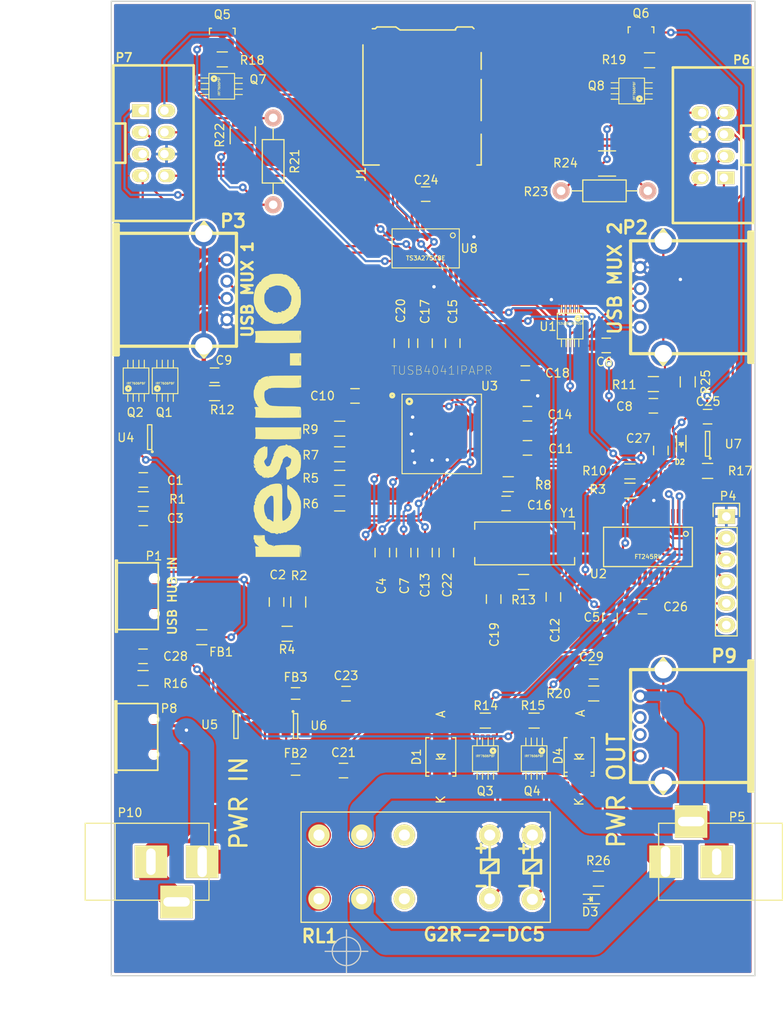
<source format=kicad_pcb>
(kicad_pcb (version 4) (host pcbnew 4.0.2-stable)
  (title_block (title sd-mux) (date 2016-02-26) (rev 2) (company SRPOL) (comment 1 "Author: Adam Malinowski <a.malinowsk2@partner.samsung.com>") (comment 2 "Copyright (c) 2016 Samsung Electronics Co., Ltd All Rights Reserved"))
  (layers (0 Front signal) (31 Bottom signal) (34 B.Paste user) (35 F.Paste user) (36 B.SilkS user) (37 F.SilkS user) (38 B.Mask user) (39 F.Mask user) (44 Edge.Cuts user))
  (net 0 "")
  (net 1 GND)
  (net 2 VDD)
  (net 3 "Net-(D1-Pad1)")
  (net 4 "Net-(J1-Pad1)")
  (net 5 "Net-(J1-Pad2)")
  (net 6 "Net-(J1-Pad5)")
  (net 7 "Net-(J1-Pad7)")
  (net 8 "Net-(J1-Pad8)")
  (net 9 "Net-(P2-Pad1)")
  (net 10 /DAT1_DUT)
  (net 11 /DAT0_DUT)
  (net 12 /DAT2_DUT)
  (net 13 /DAT3_DUT)
  (net 14 /CMD_DUT)
  (net 15 /VDD_DUT)
  (net 16 /CLK_DUT)
  (net 17 /DAT1_TS)
  (net 18 /DAT0_TS)
  (net 19 /DAT2_TS)
  (net 20 /DAT3_TS)
  (net 21 /CMD_TS)
  (net 22 /VDD_TS)
  (net 23 /CLK_TS)
  (net 24 "Net-(P10-Pad2)")
  (net 25 "Net-(P10-Pad1)")
  (net 26 /POWER_SW_OFF)
  (net 27 /POWER_SW_ON)
  (net 28 /SOCKET_SEL)
  (net 29 "Net-(R5-Pad2)")
  (net 30 /USB_SEL)
  (net 31 +3V3)
  (net 32 "Net-(J1-Pad3)")
  (net 33 /USD_VDD)
  (net 34 "Net-(P3-Pad1)")
  (net 35 "Net-(C10-Pad1)")
  (net 36 "Net-(C11-Pad1)")
  (net 37 /USB_VBUS)
  (net 38 /XI)
  (net 39 /XO)
  (net 40 /1P1V)
  (net 41 /3P3V)
  (net 42 /USB_UP-)
  (net 43 /USB_UP+)
  (net 44 /USB_DN1+)
  (net 45 /USB_DN1-)
  (net 46 /USB_DN2+)
  (net 47 /USB_DN2-)
  (net 48 /USB_MUX1-)
  (net 49 /USB_MUX1+)
  (net 50 /USB_MUX2-)
  (net 51 /USB_MUX2+)
  (net 52 "Net-(C1-Pad1)")
  (net 53 "Net-(C4-Pad2)")
  (net 54 "Net-(C8-Pad1)")
  (net 55 "Net-(C9-Pad1)")
  (net 56 "Net-(C28-Pad1)")
  (net 57 "Net-(C29-Pad1)")
  (net 58 "Net-(P4-Pad2)")
  (net 59 "Net-(P5-Pad1)")
  (net 60 "Net-(P5-Pad2)")
  (net 61 "Net-(Q2-Pad4)")
  (net 62 "Net-(Q5-Pad2)")
  (net 63 "Net-(Q6-Pad2)")
  (net 64 "Net-(R2-Pad2)")
  (net 65 "Net-(R6-Pad2)")
  (net 66 "Net-(R7-Pad2)")
  (net 67 "Net-(R8-Pad2)")
  (net 68 "Net-(R9-Pad2)")
  (net 69 "Net-(R10-Pad2)")
  (net 70 "Net-(P1-Pad4)")
  (net 71 "Net-(P8-Pad2)")
  (net 72 "Net-(P8-Pad3)")
  (net 73 "Net-(P8-Pad4)")
  (net 74 "Net-(P9-Pad2)")
  (net 75 "Net-(P9-Pad3)")
  (net 76 "Net-(RL1-Pad8)")
  (net 77 "Net-(RL1-Pad3)")
  (net 78 "Net-(U2-Pad8)")
  (net 79 "Net-(U2-Pad19)")
  (net 80 "Net-(U2-Pad22)")
  (net 81 "Net-(U2-Pad23)")
  (net 82 "Net-(U2-Pad24)")
  (net 83 "Net-(U2-Pad27)")
  (net 84 "Net-(U2-Pad28)")
  (net 85 "Net-(U2-Pad13)")
  (net 86 "Net-(U2-Pad14)")
  (net 87 "Net-(U3-Pad1)")
  (net 88 "Net-(U3-Pad3)")
  (net 89 "Net-(U3-Pad4)")
  (net 90 "Net-(U3-Pad5)")
  (net 91 "Net-(U3-Pad6)")
  (net 92 "Net-(U3-Pad7)")
  (net 93 "Net-(U3-Pad9)")
  (net 94 "Net-(U3-Pad11)")
  (net 95 "Net-(U3-Pad12)")
  (net 96 "Net-(U3-Pad14)")
  (net 97 "Net-(U3-Pad15)")
  (net 98 "Net-(U3-Pad49)")
  (net 99 "Net-(U3-Pad50)")
  (net 100 "Net-(U3-Pad56)")
  (net 101 "Net-(U3-Pad57)")
  (net 102 "Net-(U3-Pad64)")
  (net 103 "Net-(U8-Pad3)")
  (net 104 "Net-(Q7-Pad1)")
  (net 105 "Net-(Q8-Pad1)")
  (net 106 "Net-(P4-Pad5)")
  (net 107 "Net-(P4-Pad3)")
  (net 108 "Net-(P4-Pad4)")
  (net 109 "Net-(D2-Pad2)")
  (net 110 "Net-(D2-Pad1)")
  (net 111 "Net-(D3-Pad2)")
  (net 112 "Net-(D3-Pad1)")
  (module TO_SOT_Packages_SMD:SOT-23-5 (layer Front) (at 188.04952 85.37048 180)
    (fp_text reference U7 (at -3.00928 -0.02432 360) (layer F.SilkS))
    (fp_text value 74AHC1G14)
    (pad 1 smd rect (at -1.1 -0.95 180) (size 1.06 0.65) (layers Front F.Paste F.Mask))
    (pad 2 smd rect (at -1.1 0 180) (size 1.06 0.65) (layers Front F.Paste F.Mask) (net 28 /SOCKET_SEL))
    (pad 3 smd rect (at -1.1 0.95 180) (size 1.06 0.65) (layers Front F.Paste F.Mask) (net 1 GND))
    (pad 4 smd rect (at 1.1 0.95 180) (size 1.06 0.65) (layers Front F.Paste F.Mask) (net 109 "Net-(D2-Pad2)"))
    (pad 5 smd rect (at 1.1 -0.95 180) (size 1.06 0.65) (layers Front F.Paste F.Mask) (net 2 VDD))
  )
  (module Capacitors_SMD:C_0805_HandSoldering (layer Front) (at 188.04952 82.19548)
    (fp_text reference C25 (at 0.06288 -1.77908) (layer F.SilkS))
    (fp_text value 100n)
    (pad 1 smd rect (at -1.25 0) (size 1.5 1.25) (layers Front F.Paste F.Mask) (net 31 +3V3))
    (pad 2 smd rect (at 1.25 0) (size 1.5 1.25) (layers Front F.Paste F.Mask) (net 1 GND))
  )
  (module Resistors_SMD:R_0805_HandSoldering (layer Front) (at 188.04952 88.54548)
    (fp_text reference R17 (at 3.82208 -0.00108 180) (layer F.SilkS))
    (fp_text value 10K)
    (pad 1 smd rect (at -1.35 0) (size 1.5 1.3) (layers Front F.Paste F.Mask) (net 2 VDD))
    (pad 2 smd rect (at 1.35 0) (size 1.5 1.3) (layers Front F.Paste F.Mask) (net 28 /SOCKET_SEL))
  )
  (module footprints:msoic-8 (layer Front) (at 131.13626 43.545748 270)
    (fp_text reference Q7 (at -0.797548 -4.24574 360) (layer F.SilkS))
    (fp_text value IRF7606PBF (at 0 0.29972 270) (layer F.SilkS) (effects (font (size 0.24892 0.24892) (thickness 0.0508))))
    (pad 1 smd rect (at -0.97536 2.30124 270) (size 0.40894 1.02108) (layers Front F.Paste F.Mask) (net 104 "Net-(Q7-Pad1)"))
    (pad 2 smd rect (at -0.32512 2.30124 270) (size 0.40894 1.02108) (layers Front F.Paste F.Mask) (net 104 "Net-(Q7-Pad1)"))
    (pad 3 smd rect (at 0.32512 2.30124 270) (size 0.40894 1.02108) (layers Front F.Paste F.Mask) (net 104 "Net-(Q7-Pad1)"))
    (pad 4 smd rect (at 0.97536 2.30124 270) (size 0.40894 1.02108) (layers Front F.Paste F.Mask) (net 62 "Net-(Q5-Pad2)"))
    (pad 5 smd rect (at 0.97536 -2.30124 270) (size 0.40894 1.02108) (layers Front F.Paste F.Mask) (net 33 /USD_VDD))
    (pad 6 smd rect (at 0.32512 -2.30124 270) (size 0.40894 1.02108) (layers Front F.Paste F.Mask) (net 33 /USD_VDD))
    (pad 7 smd rect (at -0.32512 -2.30124 270) (size 0.40894 1.02108) (layers Front F.Paste F.Mask) (net 33 /USD_VDD))
    (pad 8 smd rect (at -0.97536 -2.30124 270) (size 0.40894 1.02108) (layers Front F.Paste F.Mask) (net 33 /USD_VDD))
  )
  (module footprints:msoic-10 (layer Front) (at 171.94952 71.60048 180)
    (fp_text reference U1 (at 2.6 -0.05 180) (layer F.SilkS))
    (fp_text value TS3USB30EDGSR (at 0 0.29972 180) (layer F.SilkS) (effects (font (size 0.24892 0.24892) (thickness 0.0508))))
    (pad 1 smd rect (at -1.00076 2.30124 180) (size 0.29972 1.45) (layers Front F.Paste F.Mask) (net 30 /USB_SEL))
    (pad 2 smd rect (at -0.50038 2.30124 180) (size 0.29972 1.45) (layers Front F.Paste F.Mask) (net 49 /USB_MUX1+))
    (pad 3 smd rect (at 0 2.30124 180) (size 0.29972 1.45) (layers Front F.Paste F.Mask) (net 51 /USB_MUX2+))
    (pad 4 smd rect (at 0.50038 2.30124 180) (size 0.29972 1.45) (layers Front F.Paste F.Mask) (net 46 /USB_DN2+))
    (pad 5 smd rect (at 1.00076 2.30124 180) (size 0.29972 1.45) (layers Front F.Paste F.Mask) (net 1 GND))
    (pad 6 smd rect (at 1.00076 -2.30124 180) (size 0.29972 1.45) (layers Front F.Paste F.Mask) (net 47 /USB_DN2-))
    (pad 7 smd rect (at 0.50038 -2.30124 180) (size 0.29972 1.45) (layers Front F.Paste F.Mask) (net 50 /USB_MUX2-))
    (pad 8 smd rect (at 0 -2.30124 180) (size 0.29972 1.45) (layers Front F.Paste F.Mask) (net 48 /USB_MUX1-))
    (pad 9 smd rect (at -0.50038 -2.30124 180) (size 0.29972 1.45) (layers Front F.Paste F.Mask) (net 1 GND))
    (pad 10 smd rect (at -1.00076 -2.30124 180) (size 0.29972 1.45) (layers Front F.Paste F.Mask) (net 2 VDD))
  )
  (module footprints:tssop-24 (layer Front) (at 155.02952 62.51048 180)
    (fp_text reference U8 (at -5.09952 -0.00048 180) (layer F.SilkS))
    (fp_text value TS3A27518E (at 0 -1.143 180) (layer F.SilkS) (effects (font (size 0.50038 0.50038) (thickness 0.09906))))
    (pad 6 smd rect (at -0.32512 2.79908 180) (size 0.4191 1.47066) (layers Front F.Paste F.Mask) (net 7 "Net-(J1-Pad7)"))
    (pad 7 smd rect (at 0.32512 2.79908 180) (size 0.4191 1.47066) (layers Front F.Paste F.Mask) (net 6 "Net-(J1-Pad5)"))
    (pad 8 smd rect (at 0.97536 2.79908 180) (size 0.4191 1.47066) (layers Front F.Paste F.Mask) (net 31 +3V3))
    (pad 9 smd rect (at 1.6256 2.79908 180) (size 0.4191 1.47066) (layers Front F.Paste F.Mask) (net 32 "Net-(J1-Pad3)"))
    (pad 22 smd rect (at -2.26568 -2.794 180) (size 0.4191 1.47066) (layers Front F.Paste F.Mask) (net 12 /DAT2_DUT))
    (pad 3 smd rect (at -2.27584 2.79908 180) (size 0.4191 1.47066) (layers Front F.Paste F.Mask) (net 103 "Net-(U8-Pad3)"))
    (pad 4 smd rect (at -1.6256 2.79908 180) (size 0.4191 1.47066) (layers Front F.Paste F.Mask) (net 8 "Net-(J1-Pad8)"))
    (pad 5 smd rect (at -0.97536 2.79908 180) (size 0.4191 1.47066) (layers Front F.Paste F.Mask) (net 1 GND))
    (pad 15 smd rect (at 2.27584 -2.79908 180) (size 0.4191 1.47066) (layers Front F.Paste F.Mask) (net 23 /CLK_TS))
    (pad 16 smd rect (at 1.6256 -2.79908 180) (size 0.4191 1.47066) (layers Front F.Paste F.Mask) (net 19 /DAT2_TS))
    (pad 17 smd rect (at 0.97536 -2.79908 180) (size 0.4191 1.47066) (layers Front F.Paste F.Mask) (net 21 /CMD_TS))
    (pad 18 smd rect (at 0.32512 -2.79908 180) (size 0.4191 1.47066) (layers Front F.Paste F.Mask) (net 20 /DAT3_TS))
    (pad 19 smd rect (at -0.32512 -2.79908 180) (size 0.4191 1.47066) (layers Front F.Paste F.Mask) (net 13 /DAT3_DUT))
    (pad 20 smd rect (at -0.97536 -2.79908 180) (size 0.4191 1.47066) (layers Front F.Paste F.Mask) (net 1 GND))
    (pad 10 smd rect (at 2.27584 2.79908 180) (size 0.4191 1.47066) (layers Front F.Paste F.Mask) (net 5 "Net-(J1-Pad2)"))
    (pad 21 smd rect (at -1.6256 -2.794 180) (size 0.4191 1.47066) (layers Front F.Paste F.Mask) (net 14 /CMD_DUT))
    (pad 2 smd rect (at -2.92608 2.79908 180) (size 0.4191 1.47066) (layers Front F.Paste F.Mask) (net 10 /DAT1_DUT))
    (pad 11 smd rect (at 2.92608 2.79908 180) (size 0.4191 1.47066) (layers Front F.Paste F.Mask) (net 17 /DAT1_TS))
    (pad 14 smd rect (at 2.92608 -2.79908 180) (size 0.4191 1.47066) (layers Front F.Paste F.Mask) (net 28 /SOCKET_SEL))
    (pad 23 smd rect (at -2.92608 -2.79908 180) (size 0.4191 1.47066) (layers Front F.Paste F.Mask) (net 16 /CLK_DUT))
    (pad 1 smd rect (at -3.57378 2.79908 180) (size 0.4191 1.47066) (layers Front F.Paste F.Mask) (net 11 /DAT0_DUT))
    (pad 12 smd rect (at 3.57378 2.79908 180) (size 0.4191 1.47066) (layers Front F.Paste F.Mask) (net 4 "Net-(J1-Pad1)"))
    (pad 13 smd rect (at 3.57378 -2.79908 180) (size 0.4191 1.47066) (layers Front F.Paste F.Mask) (net 18 /DAT0_TS))
    (pad 24 smd rect (at -3.57378 -2.79908 180) (size 0.4191 1.47066) (layers Front F.Paste F.Mask) (net 28 /SOCKET_SEL))
  )
  (module Capacitors_SMD:C_0805_HandSoldering (layer Front) (at 137.55952 103.88048 270)
    (fp_text reference C2 (at -3.18 -0.14 360) (layer F.SilkS))
    (fp_text value 10u)
    (pad 1 smd rect (at -1.25 0 270) (size 1.5 1.25) (layers Front F.Paste F.Mask) (net 37 /USB_VBUS))
    (pad 2 smd rect (at 1.25 0 270) (size 1.5 1.25) (layers Front F.Paste F.Mask) (net 1 GND))
  )
  (module Capacitors_SMD:C_0805_HandSoldering (layer Front) (at 176.61952 105.69048 270)
    (fp_text reference C5 (at -0.02648 2.12152 360) (layer F.SilkS))
    (fp_text value 100n)
    (pad 1 smd rect (at -1.25 0 270) (size 1.5 1.25) (layers Front F.Paste F.Mask) (net 31 +3V3))
    (pad 2 smd rect (at 1.25 0 270) (size 1.5 1.25) (layers Front F.Paste F.Mask) (net 1 GND))
  )
  (module Capacitors_SMD:C_0805_HandSoldering (layer Front) (at 181.69952 80.92548 180)
    (fp_text reference C8 (at 3.39152 -0.07512 360) (layer F.SilkS))
    (fp_text value 27p)
    (pad 1 smd rect (at -1.25 0 180) (size 1.5 1.25) (layers Front F.Paste F.Mask) (net 54 "Net-(C8-Pad1)"))
    (pad 2 smd rect (at 1.25 0 180) (size 1.5 1.25) (layers Front F.Paste F.Mask) (net 1 GND))
  )
  (module Capacitors_SMD:C_0805_HandSoldering (layer Front) (at 130.3 77.35096)
    (fp_text reference C9 (at 1.1 -1.75096 180) (layer F.SilkS))
    (fp_text value 27p)
    (pad 1 smd rect (at -1.25 0) (size 1.5 1.25) (layers Front F.Paste F.Mask) (net 55 "Net-(C9-Pad1)"))
    (pad 2 smd rect (at 1.25 0) (size 1.5 1.25) (layers Front F.Paste F.Mask) (net 1 GND))
  )
  (module Capacitors_SMD:C_0805_HandSoldering (layer Front) (at 155.02952 56.16048)
    (fp_text reference C24 (at 0.05 -1.65) (layer F.SilkS))
    (fp_text value 100n)
    (pad 1 smd rect (at -1.25 0) (size 1.5 1.25) (layers Front F.Paste F.Mask) (net 31 +3V3))
    (pad 2 smd rect (at 1.25 0) (size 1.5 1.25) (layers Front F.Paste F.Mask) (net 1 GND))
  )
  (module Capacitors_SMD:C_0805_HandSoldering (layer Front) (at 180.42952 104.42048)
    (fp_text reference C26 (at 3.87288 0.02432) (layer F.SilkS))
    (fp_text value 100n)
    (pad 1 smd rect (at -1.25 0) (size 1.5 1.25) (layers Front F.Paste F.Mask) (net 2 VDD))
    (pad 2 smd rect (at 1.25 0) (size 1.5 1.25) (layers Front F.Paste F.Mask) (net 1 GND))
  )
  (module Capacitors_SMD:C_0805_HandSoldering (layer Front) (at 182.5752 86.1568 90)
    (fp_text reference C27 (at 1.4224 -2.6416 180) (layer F.SilkS))
    (fp_text value 4.7u)
    (pad 1 smd rect (at -1.25 0 90) (size 1.5 1.25) (layers Front F.Paste F.Mask) (net 2 VDD))
    (pad 2 smd rect (at 1.25 0 90) (size 1.5 1.25) (layers Front F.Paste F.Mask) (net 1 GND))
  )
  (module Resistors_SMD:R_0805_HandSoldering (layer Front) (at 128.79952 108.00048)
    (fp_text reference FB1 (at 2.26448 1.72752 180) (layer F.SilkS))
    (fp_text value MI0805K400R-10)
    (pad 1 smd rect (at -1.35 0) (size 1.5 1.3) (layers Front F.Paste F.Mask) (net 2 VDD))
    (pad 2 smd rect (at 1.35 0) (size 1.5 1.3) (layers Front F.Paste F.Mask) (net 37 /USB_VBUS))
  )
  (module footprints:msoic-8 (layer Front) (at 162.01452 122.20048 180)
    (fp_text reference Q3 (at 0.01452 -3.79952 180) (layer F.SilkS))
    (fp_text value IRF7606PBF (at 0 0.29972 180) (layer F.SilkS) (effects (font (size 0.24892 0.24892) (thickness 0.0508))))
    (pad 1 smd rect (at -0.97536 2.30124 180) (size 0.40894 1.02108) (layers Front F.Paste F.Mask) (net 2 VDD))
    (pad 2 smd rect (at -0.32512 2.30124 180) (size 0.40894 1.02108) (layers Front F.Paste F.Mask) (net 2 VDD))
    (pad 3 smd rect (at 0.32512 2.30124 180) (size 0.40894 1.02108) (layers Front F.Paste F.Mask) (net 2 VDD))
    (pad 4 smd rect (at 0.97536 2.30124 180) (size 0.40894 1.02108) (layers Front F.Paste F.Mask) (net 26 /POWER_SW_OFF))
    (pad 5 smd rect (at 0.97536 -2.30124 180) (size 0.40894 1.02108) (layers Front F.Paste F.Mask) (net 3 "Net-(D1-Pad1)"))
    (pad 6 smd rect (at 0.32512 -2.30124 180) (size 0.40894 1.02108) (layers Front F.Paste F.Mask) (net 3 "Net-(D1-Pad1)"))
    (pad 7 smd rect (at -0.32512 -2.30124 180) (size 0.40894 1.02108) (layers Front F.Paste F.Mask) (net 3 "Net-(D1-Pad1)"))
    (pad 8 smd rect (at -0.97536 -2.30124 180) (size 0.40894 1.02108) (layers Front F.Paste F.Mask) (net 3 "Net-(D1-Pad1)"))
  )
  (module footprints:msoic-8 (layer Front) (at 167.72952 122.20048 180)
    (fp_text reference Q4 (at 0.22952 -3.79952 180) (layer F.SilkS))
    (fp_text value IRF7606PBF (at 0 0.29972 180) (layer F.SilkS) (effects (font (size 0.24892 0.24892) (thickness 0.0508))))
    (pad 1 smd rect (at -0.97536 2.30124 180) (size 0.40894 1.02108) (layers Front F.Paste F.Mask) (net 2 VDD))
    (pad 2 smd rect (at -0.32512 2.30124 180) (size 0.40894 1.02108) (layers Front F.Paste F.Mask) (net 2 VDD))
    (pad 3 smd rect (at 0.32512 2.30124 180) (size 0.40894 1.02108) (layers Front F.Paste F.Mask) (net 2 VDD))
    (pad 4 smd rect (at 0.97536 2.30124 180) (size 0.40894 1.02108) (layers Front F.Paste F.Mask) (net 27 /POWER_SW_ON))
    (pad 5 smd rect (at 0.97536 -2.30124 180) (size 0.40894 1.02108) (layers Front F.Paste F.Mask) (net 111 "Net-(D3-Pad2)"))
    (pad 6 smd rect (at 0.32512 -2.30124 180) (size 0.40894 1.02108) (layers Front F.Paste F.Mask) (net 111 "Net-(D3-Pad2)"))
    (pad 7 smd rect (at -0.32512 -2.30124 180) (size 0.40894 1.02108) (layers Front F.Paste F.Mask) (net 111 "Net-(D3-Pad2)"))
    (pad 8 smd rect (at -0.97536 -2.30124 180) (size 0.40894 1.02108) (layers Front F.Paste F.Mask) (net 111 "Net-(D3-Pad2)"))
  )
  (module footprints:msoic-8 (layer Front) (at 179.15952 44.09548 90)
    (fp_text reference Q8 (at 0.61068 -4.15352 180) (layer F.SilkS))
    (fp_text value IRF7606PBF (at 0 0.29972 90) (layer F.SilkS) (effects (font (size 0.24892 0.24892) (thickness 0.0508))))
    (pad 1 smd rect (at -0.97536 2.30124 90) (size 0.40894 1.02108) (layers Front F.Paste F.Mask) (net 105 "Net-(Q8-Pad1)"))
    (pad 2 smd rect (at -0.32512 2.30124 90) (size 0.40894 1.02108) (layers Front F.Paste F.Mask) (net 105 "Net-(Q8-Pad1)"))
    (pad 3 smd rect (at 0.32512 2.30124 90) (size 0.40894 1.02108) (layers Front F.Paste F.Mask) (net 105 "Net-(Q8-Pad1)"))
    (pad 4 smd rect (at 0.97536 2.30124 90) (size 0.40894 1.02108) (layers Front F.Paste F.Mask) (net 63 "Net-(Q6-Pad2)"))
    (pad 5 smd rect (at 0.97536 -2.30124 90) (size 0.40894 1.02108) (layers Front F.Paste F.Mask) (net 33 /USD_VDD))
    (pad 6 smd rect (at 0.32512 -2.30124 90) (size 0.40894 1.02108) (layers Front F.Paste F.Mask) (net 33 /USD_VDD))
    (pad 7 smd rect (at -0.32512 -2.30124 90) (size 0.40894 1.02108) (layers Front F.Paste F.Mask) (net 33 /USD_VDD))
    (pad 8 smd rect (at -0.97536 -2.30124 90) (size 0.40894 1.02108) (layers Front F.Paste F.Mask) (net 33 /USD_VDD))
  )
  (module Resistors_SMD:R_0805_HandSoldering (layer Front) (at 140.09952 103.88048 270)
    (fp_text reference R2 (at -3.08 -0.1 360) (layer F.SilkS))
    (fp_text value 90.9K)
    (pad 1 smd rect (at -1.35 0 270) (size 1.5 1.3) (layers Front F.Paste F.Mask) (net 37 /USB_VBUS))
    (pad 2 smd rect (at 1.35 0 270) (size 1.5 1.3) (layers Front F.Paste F.Mask) (net 64 "Net-(R2-Pad2)"))
  )
  (module Resistors_SMD:R_0805_HandSoldering (layer Front) (at 181.69952 78.38548 180)
    (fp_text reference R11 (at 3.41692 -0.07512 360) (layer F.SilkS))
    (fp_text value 4.7K)
    (pad 1 smd rect (at -1.35 0 180) (size 1.5 1.3) (layers Front F.Paste F.Mask) (net 54 "Net-(C8-Pad1)"))
    (pad 2 smd rect (at 1.35 0 180) (size 1.5 1.3) (layers Front F.Paste F.Mask) (net 1 GND))
  )
  (module Resistors_SMD:R_0805_HandSoldering (layer Front) (at 130.3 79.45096)
    (fp_text reference R12 (at 0.9 1.94904 180) (layer F.SilkS))
    (fp_text value 4.7K)
    (pad 1 smd rect (at -1.35 0) (size 1.5 1.3) (layers Front F.Paste F.Mask) (net 55 "Net-(C9-Pad1)"))
    (pad 2 smd rect (at 1.35 0) (size 1.5 1.3) (layers Front F.Paste F.Mask) (net 1 GND))
  )
  (module Resistors_SMD:R_0805_HandSoldering (layer Front) (at 178.94952 88.60048 180)
    (fp_text reference R10 (at 4.14672 0.05608 360) (layer F.SilkS))
    (fp_text value 10K)
    (pad 1 smd rect (at -1.35 0 180) (size 1.5 1.3) (layers Front F.Paste F.Mask) (net 2 VDD))
    (pad 2 smd rect (at 1.35 0 180) (size 1.5 1.3) (layers Front F.Paste F.Mask) (net 69 "Net-(R10-Pad2)"))
  )
  (module Resistors_SMD:R_0805_HandSoldering (layer Front) (at 162.01452 117.75548 180)
    (fp_text reference R14 (at -0.05 1.75 180) (layer F.SilkS))
    (fp_text value 10K)
    (pad 1 smd rect (at -1.35 0 180) (size 1.5 1.3) (layers Front F.Paste F.Mask) (net 2 VDD))
    (pad 2 smd rect (at 1.35 0 180) (size 1.5 1.3) (layers Front F.Paste F.Mask) (net 26 /POWER_SW_OFF))
  )
  (module Resistors_SMD:R_0805_HandSoldering (layer Front) (at 167.72952 117.75548)
    (fp_text reference R15 (at -0.12952 -1.75548) (layer F.SilkS))
    (fp_text value 10K)
    (pad 1 smd rect (at -1.35 0) (size 1.5 1.3) (layers Front F.Paste F.Mask) (net 2 VDD))
    (pad 2 smd rect (at 1.35 0) (size 1.5 1.3) (layers Front F.Paste F.Mask) (net 27 /POWER_SW_ON))
  )
  (module footprints:G2RK-2 (layer Front) (at 155.02952 134.90048 180)
    (fp_text reference RL1 (at 12.40852 -8.07612 180) (layer F.SilkS) (effects (font (thickness 0.3048))))
    (fp_text value G2R-2-DC5 (at -6.87008 -7.87292 180) (layer F.SilkS) (effects (font (thickness 0.3048))))
    (pad 10 thru_hole circle (at -12.5 3.75 180) (size 2.5 2.5) (drill 1.3) (layers *.Cu *.Mask F.SilkS) (net 1 GND))
    (pad 8 thru_hole circle (at 2.5 3.75 180) (size 2.5 2.5) (drill 1.3) (layers *.Cu *.Mask F.SilkS) (net 76 "Net-(RL1-Pad8)"))
    (pad 7 thru_hole circle (at 7.5 3.75 180) (size 2.5 2.5) (drill 1.3) (layers *.Cu *.Mask F.SilkS) (net 60 "Net-(P5-Pad2)"))
    (pad 6 thru_hole circle (at 12.5 3.75 180) (size 2.5 2.5) (drill 1.3) (layers *.Cu *.Mask F.SilkS) (net 24 "Net-(P10-Pad2)"))
    (pad 5 thru_hole circle (at 12.5 -3.7 180) (size 2.5 2.5) (drill 1.3) (layers *.Cu *.Mask F.SilkS) (net 25 "Net-(P10-Pad1)"))
    (pad 4 thru_hole circle (at 7.5 -3.7 180) (size 2.5 2.5) (drill 1.3) (layers *.Cu *.Mask F.SilkS) (net 59 "Net-(P5-Pad1)"))
    (pad 3 thru_hole circle (at 2.5 -3.7 180) (size 2.5 2.5) (drill 1.3) (layers *.Cu *.Mask F.SilkS) (net 77 "Net-(RL1-Pad3)"))
    (pad 1 thru_hole circle (at -12.49 -3.76 180) (size 2.5 2.5) (drill 1.3) (layers *.Cu *.Mask F.SilkS) (net 111 "Net-(D3-Pad2)"))
    (pad 9 thru_hole circle (at -7.5 3.75 180) (size 2.5 2.5) (drill 1.3) (layers *.Cu *.Mask F.SilkS) (net 1 GND))
    (pad 2 thru_hole circle (at -7.5 -3.7 180) (size 2.5 2.5) (drill 1.3) (layers *.Cu *.Mask F.SilkS) (net 3 "Net-(D1-Pad1)"))
  )
  (module footprints:ssop-28 (layer Front) (at 181.06452 97.43548 180)
    (fp_text reference U2 (at 5.80452 -3.14852 180) (layer F.SilkS))
    (fp_text value FT245RL (at 0 -1.143 180) (layer F.SilkS) (effects (font (size 0.50038 0.50038) (thickness 0.09906))))
    (pad 7 smd rect (at -0.32512 3.59918 180) (size 0.4064 1.651) (layers Front F.Paste F.Mask) (net 1 GND))
    (pad 8 smd rect (at 0.32512 3.59918 180) (size 0.4064 1.651) (layers Front F.Paste F.Mask) (net 78 "Net-(U2-Pad8)"))
    (pad 9 smd rect (at 0.97536 3.59918 180) (size 0.4064 1.651) (layers Front F.Paste F.Mask) (net 108 "Net-(P4-Pad4)"))
    (pad 10 smd rect (at 1.6256 3.59918 180) (size 0.4064 1.651) (layers Front F.Paste F.Mask) (net 106 "Net-(P4-Pad5)"))
    (pad 25 smd rect (at -2.27584 -3.59918 180) (size 0.4064 1.651) (layers Front F.Paste F.Mask) (net 1 GND))
    (pad 4 smd rect (at -2.27584 3.59918 180) (size 0.4064 1.651) (layers Front F.Paste F.Mask) (net 2 VDD))
    (pad 5 smd rect (at -1.6256 3.59918 180) (size 0.4064 1.651) (layers Front F.Paste F.Mask) (net 58 "Net-(P4-Pad2)"))
    (pad 6 smd rect (at -0.97536 3.59918 180) (size 0.4064 1.651) (layers Front F.Paste F.Mask) (net 107 "Net-(P4-Pad3)"))
    (pad 18 smd rect (at 2.27584 -3.59918 180) (size 0.4064 1.651) (layers Front F.Paste F.Mask) (net 1 GND))
    (pad 19 smd rect (at 1.6256 -3.59918 180) (size 0.4064 1.651) (layers Front F.Paste F.Mask) (net 79 "Net-(U2-Pad19)"))
    (pad 20 smd rect (at 0.97536 -3.59918 180) (size 0.4064 1.651) (layers Front F.Paste F.Mask) (net 2 VDD))
    (pad 21 smd rect (at 0.32512 -3.59918 180) (size 0.4064 1.651) (layers Front F.Paste F.Mask) (net 1 GND))
    (pad 22 smd rect (at -0.32512 -3.59918 180) (size 0.4064 1.651) (layers Front F.Paste F.Mask) (net 80 "Net-(U2-Pad22)"))
    (pad 23 smd rect (at -0.97536 -3.59918 180) (size 0.4064 1.651) (layers Front F.Paste F.Mask) (net 81 "Net-(U2-Pad23)"))
    (pad 11 smd rect (at 2.27584 3.59918 180) (size 0.4064 1.651) (layers Front F.Paste F.Mask) (net 30 /USB_SEL))
    (pad 24 smd rect (at -1.6256 -3.59918 180) (size 0.4064 1.651) (layers Front F.Paste F.Mask) (net 82 "Net-(U2-Pad24)"))
    (pad 26 smd rect (at -2.92608 -3.59918 180) (size 0.4064 1.651) (layers Front F.Paste F.Mask) (net 1 GND))
    (pad 27 smd rect (at -3.57378 -3.59918 180) (size 0.4064 1.651) (layers Front F.Paste F.Mask) (net 83 "Net-(U2-Pad27)"))
    (pad 28 smd rect (at -4.22402 -3.59918 180) (size 0.4064 1.651) (layers Front F.Paste F.Mask) (net 84 "Net-(U2-Pad28)"))
    (pad 1 smd rect (at -4.22402 3.59918 180) (size 0.4064 1.651) (layers Front F.Paste F.Mask) (net 28 /SOCKET_SEL))
    (pad 2 smd rect (at -3.57378 3.59918 180) (size 0.4064 1.651) (layers Front F.Paste F.Mask) (net 27 /POWER_SW_ON))
    (pad 3 smd rect (at -2.92608 3.59918 180) (size 0.4064 1.651) (layers Front F.Paste F.Mask) (net 26 /POWER_SW_OFF))
    (pad 12 smd rect (at 2.92608 3.59918 180) (size 0.4064 1.651) (layers Front F.Paste F.Mask) (net 69 "Net-(R10-Pad2)"))
    (pad 13 smd rect (at 3.57378 3.59918 180) (size 0.4064 1.651) (layers Front F.Paste F.Mask) (net 85 "Net-(U2-Pad13)"))
    (pad 14 smd rect (at 4.22402 3.59918 180) (size 0.4064 1.651) (layers Front F.Paste F.Mask) (net 86 "Net-(U2-Pad14)"))
    (pad 15 smd rect (at 4.22402 -3.59918 180) (size 0.4064 1.651) (layers Front F.Paste F.Mask) (net 44 /USB_DN1+))
    (pad 16 smd rect (at 3.57378 -3.59918 180) (size 0.4064 1.651) (layers Front F.Paste F.Mask) (net 45 /USB_DN1-))
    (pad 17 smd rect (at 2.92608 -3.59918 180) (size 0.4064 1.651) (layers Front F.Paste F.Mask) (net 31 +3V3))
  )
  (module TO_SOT_Packages_SMD:SOT-23 (layer Front) (at 131.19952 37.40048)
    (fp_text reference Q5 (at 0 -2.25) (layer F.SilkS))
    (fp_text value 2N7002)
    (pad 1 smd rect (at -0.95 1.00076) (size 0.8001 0.8001) (layers Front F.Paste F.Mask) (net 28 /SOCKET_SEL))
    (pad 2 smd rect (at 0.95 1.00076) (size 0.8001 0.8001) (layers Front F.Paste F.Mask) (net 62 "Net-(Q5-Pad2)"))
    (pad 3 smd rect (at 0 -0.99822) (size 0.8001 0.8001) (layers Front F.Paste F.Mask) (net 1 GND))
  )
  (module TO_SOT_Packages_SMD:SOT-23 (layer Front) (at 180.25 37.25)
    (fp_text reference Q6 (at 0 -2.25) (layer F.SilkS))
    (fp_text value 2N7002)
    (pad 1 smd rect (at -0.95 1.00076) (size 0.8001 0.8001) (layers Front F.Paste F.Mask) (net 109 "Net-(D2-Pad2)"))
    (pad 2 smd rect (at 0.95 1.00076) (size 0.8001 0.8001) (layers Front F.Paste F.Mask) (net 63 "Net-(Q6-Pad2)"))
    (pad 3 smd rect (at 0 -0.99822) (size 0.8001 0.8001) (layers Front F.Paste F.Mask) (net 1 GND))
  )
  (module Resistors_SMD:R_0805_HandSoldering (layer Front) (at 131.19952 40.40048)
    (fp_text reference R18 (at 3.5 0.1) (layer F.SilkS))
    (fp_text value 10K)
    (pad 1 smd rect (at -1.35 0) (size 1.5 1.3) (layers Front F.Paste F.Mask) (net 104 "Net-(Q7-Pad1)"))
    (pad 2 smd rect (at 1.35 0) (size 1.5 1.3) (layers Front F.Paste F.Mask) (net 62 "Net-(Q5-Pad2)"))
  )
  (module Resistors_SMD:R_0805_HandSoldering (layer Front) (at 181.25 40.5 180)
    (fp_text reference R19 (at 4.1612 0.0632 180) (layer F.SilkS))
    (fp_text value 10K)
    (pad 1 smd rect (at -1.35 0 180) (size 1.5 1.3) (layers Front F.Paste F.Mask) (net 105 "Net-(Q8-Pad1)"))
    (pad 2 smd rect (at 1.35 0 180) (size 1.5 1.3) (layers Front F.Paste F.Mask) (net 63 "Net-(Q6-Pad2)"))
  )
  (module footprints:msoic-8 (layer Front) (at 124.49952 78.00048)
    (fp_text reference Q1 (at -0.1 3.7) (layer F.SilkS))
    (fp_text value IRF7606PBF (at 0 0.29972) (layer F.SilkS) (effects (font (size 0.24892 0.24892) (thickness 0.0508))))
    (pad 1 smd rect (at -0.97536 2.30124) (size 0.40894 1.02108) (layers Front F.Paste F.Mask) (net 37 /USB_VBUS))
    (pad 2 smd rect (at -0.32512 2.30124) (size 0.40894 1.02108) (layers Front F.Paste F.Mask) (net 37 /USB_VBUS))
    (pad 3 smd rect (at 0.32512 2.30124) (size 0.40894 1.02108) (layers Front F.Paste F.Mask) (net 37 /USB_VBUS))
    (pad 4 smd rect (at 0.97536 2.30124) (size 0.40894 1.02108) (layers Front F.Paste F.Mask) (net 30 /USB_SEL))
    (pad 5 smd rect (at 0.97536 -2.30124) (size 0.40894 1.02108) (layers Front F.Paste F.Mask) (net 9 "Net-(P2-Pad1)"))
    (pad 6 smd rect (at 0.32512 -2.30124) (size 0.40894 1.02108) (layers Front F.Paste F.Mask) (net 9 "Net-(P2-Pad1)"))
    (pad 7 smd rect (at -0.32512 -2.30124) (size 0.40894 1.02108) (layers Front F.Paste F.Mask) (net 9 "Net-(P2-Pad1)"))
    (pad 8 smd rect (at -0.97536 -2.30124) (size 0.40894 1.02108) (layers Front F.Paste F.Mask) (net 9 "Net-(P2-Pad1)"))
  )
  (module footprints:msoic-8 (layer Front) (at 121.09952 78.00048)
    (fp_text reference Q2 (at -0.1 3.7) (layer F.SilkS))
    (fp_text value IRF7606PBF (at 0 0.29972) (layer F.SilkS) (effects (font (size 0.24892 0.24892) (thickness 0.0508))))
    (pad 1 smd rect (at -0.97536 2.30124) (size 0.40894 1.02108) (layers Front F.Paste F.Mask) (net 37 /USB_VBUS))
    (pad 2 smd rect (at -0.32512 2.30124) (size 0.40894 1.02108) (layers Front F.Paste F.Mask) (net 37 /USB_VBUS))
    (pad 3 smd rect (at 0.32512 2.30124) (size 0.40894 1.02108) (layers Front F.Paste F.Mask) (net 37 /USB_VBUS))
    (pad 4 smd rect (at 0.97536 2.30124) (size 0.40894 1.02108) (layers Front F.Paste F.Mask) (net 61 "Net-(Q2-Pad4)"))
    (pad 5 smd rect (at 0.97536 -2.30124) (size 0.40894 1.02108) (layers Front F.Paste F.Mask) (net 34 "Net-(P3-Pad1)"))
    (pad 6 smd rect (at 0.32512 -2.30124) (size 0.40894 1.02108) (layers Front F.Paste F.Mask) (net 34 "Net-(P3-Pad1)"))
    (pad 7 smd rect (at -0.32512 -2.30124) (size 0.40894 1.02108) (layers Front F.Paste F.Mask) (net 34 "Net-(P3-Pad1)"))
    (pad 8 smd rect (at -0.97536 -2.30124) (size 0.40894 1.02108) (layers Front F.Paste F.Mask) (net 34 "Net-(P3-Pad1)"))
  )
  (module Resistors_SMD:R_0805_HandSoldering (layer Front) (at 178.94952 90.85048 180)
    (fp_text reference R3 (at 3.76572 0.14708 180) (layer F.SilkS))
    (fp_text value 10K)
    (pad 1 smd rect (at -1.35 0 180) (size 1.5 1.3) (layers Front F.Paste F.Mask) (net 2 VDD))
    (pad 2 smd rect (at 1.35 0 180) (size 1.5 1.3) (layers Front F.Paste F.Mask) (net 30 /USB_SEL))
  )
  (module TO_SOT_Packages_SMD:SOT-23-5 (layer Front) (at 122.69952 84.60048 180)
    (fp_text reference U4 (at 2.8 -0.05 180) (layer F.SilkS))
    (fp_text value 74AHC1G14)
    (pad 1 smd rect (at -1.1 -0.95 180) (size 1.06 0.65) (layers Front F.Paste F.Mask))
    (pad 2 smd rect (at -1.1 0 180) (size 1.06 0.65) (layers Front F.Paste F.Mask) (net 30 /USB_SEL))
    (pad 3 smd rect (at -1.1 0.95 180) (size 1.06 0.65) (layers Front F.Paste F.Mask) (net 1 GND))
    (pad 4 smd rect (at 1.1 0.95 180) (size 1.06 0.65) (layers Front F.Paste F.Mask) (net 61 "Net-(Q2-Pad4)"))
    (pad 5 smd rect (at 1.1 -0.95 180) (size 1.06 0.65) (layers Front F.Paste F.Mask) (net 37 /USB_VBUS))
  )
  (module Capacitors_SMD:C_0805_HandSoldering (layer Front) (at 121.92 110.236)
    (fp_text reference C28 (at 3.81 0) (layer F.SilkS))
    (fp_text value 27p)
    (pad 1 smd rect (at -1.25 0) (size 1.5 1.25) (layers Front F.Paste F.Mask) (net 56 "Net-(C28-Pad1)"))
    (pad 2 smd rect (at 1.25 0) (size 1.5 1.25) (layers Front F.Paste F.Mask) (net 1 GND))
  )
  (module Capacitors_SMD:C_0805_HandSoldering (layer Front) (at 174.71452 112.04048 180)
    (fp_text reference C29 (at 0.26732 1.75368 180) (layer F.SilkS))
    (fp_text value 27p)
    (pad 1 smd rect (at -1.25 0 180) (size 1.5 1.25) (layers Front F.Paste F.Mask) (net 57 "Net-(C29-Pad1)"))
    (pad 2 smd rect (at 1.25 0 180) (size 1.5 1.25) (layers Front F.Paste F.Mask) (net 1 GND))
  )
  (module footprints:HIROSE-MICROSD-DM3AT-SF (layer Front) (at 155.02952 35.20548 180)
    (fp_text reference J1 (at 8.128 -17.653 270) (layer F.SilkS) (effects (font (thickness 0.18)) (justify right top)))
    (fp_text value USDCARD hide)
    (pad SH smd rect (at 7.1 -2.35 180) (size 1.3 1.9) (layers Front F.Paste F.Mask) (clearance 0.254))
    (pad SH smd rect (at -6.4 -2.8 180) (size 1 2.8) (layers Front F.Paste F.Mask) (clearance 0.254))
    (pad 1 smd rect (at 3.2 -17.45 180) (size 0.7 1.2) (layers Front F.Paste F.Mask) (net 4 "Net-(J1-Pad1)") (clearance 0.254))
    (pad 2 smd rect (at 2.1 -17.45 180) (size 0.7 1.2) (layers Front F.Paste F.Mask) (net 5 "Net-(J1-Pad2)") (clearance 0.254))
    (pad 3 smd rect (at 1 -17.45 180) (size 0.7 1.2) (layers Front F.Paste F.Mask) (net 32 "Net-(J1-Pad3)") (clearance 0.254))
    (pad 4 smd rect (at -0.1 -17.45 180) (size 0.7 1.2) (layers Front F.Paste F.Mask) (net 33 /USD_VDD) (clearance 0.254))
    (pad 5 smd rect (at -1.2 -17.45 180) (size 0.7 1.2) (layers Front F.Paste F.Mask) (net 6 "Net-(J1-Pad5)") (clearance 0.254))
    (pad 6 smd rect (at -2.3 -17.45 180) (size 0.7 1.2) (layers Front F.Paste F.Mask) (net 1 GND) (clearance 0.254))
    (pad 7 smd rect (at -3.4 -17.45 180) (size 0.7 1.2) (layers Front F.Paste F.Mask) (net 7 "Net-(J1-Pad7)") (clearance 0.254))
    (pad 8 smd rect (at -4.5 -17.45 180) (size 0.7 1.2) (layers Front F.Paste F.Mask) (net 8 "Net-(J1-Pad8)") (clearance 0.254))
    (pad SH smd rect (at 4.75 -17.45 180) (size 1 1.2) (layers Front F.Paste F.Mask) (clearance 0.254))
    (pad DT smd rect (at -5.45 -17.45 180) (size 0.65 1.2) (layers Front F.Paste F.Mask) (clearance 0.254))
    (pad DC smd rect (at -6.4 -6.95 180) (size 1 0.8) (layers Front F.Paste F.Mask) (clearance 0.254))
    (pad SH smd rect (at -6.4 -13.15 180) (size 1 1.2) (layers Front F.Paste F.Mask) (clearance 0.254))
  )
  (module footprints:conn_usb_A (layer Front) (at 186.14452 68.22548 90)
    (fp_text reference P2 (at 8.15448 -6.56652 180) (layer F.SilkS) (effects (font (thickness 0.3048))))
    (fp_text value "USB MUX 2" (at 2.23628 -8.95412 90) (layer F.SilkS) (effects (font (thickness 0.3048))))
    (pad 5 thru_hole circle (at -6.57098 -3.27914 90) (size 2.99974 2.99974) (drill 1.99898) (layers *.Cu *.Mask) (net 54 "Net-(C8-Pad1)"))
    (pad 5 thru_hole circle (at 6.57098 -3.27914 90) (size 2.99974 2.99974) (drill 1.99898) (layers *.Cu *.Mask) (net 54 "Net-(C8-Pad1)"))
    (pad 1 thru_hole circle (at -3.50012 -5.98932 90) (size 1.50114 1.50114) (drill 0.89916) (layers *.Cu *.Mask) (net 9 "Net-(P2-Pad1)"))
    (pad 2 thru_hole circle (at -1.00076 -5.98932 90) (size 1.50114 1.50114) (drill 0.89916) (layers *.Cu *.Mask) (net 48 /USB_MUX1-))
    (pad 3 thru_hole circle (at 1.00076 -5.98932 90) (size 1.50114 1.50114) (drill 0.89916) (layers *.Cu *.Mask) (net 49 /USB_MUX1+))
    (pad 4 thru_hole circle (at 3.50012 -5.98932 90) (size 1.50114 1.50114) (drill 0.89916) (layers *.Cu *.Mask) (net 1 GND))
  )
  (module footprints:conn_usb_A (layer Front) (at 125.75 67.35 270)
    (fp_text reference P3 (at -8.041 -6.711 360) (layer F.SilkS) (effects (font (thickness 0.3048))))
    (fp_text value "USB MUX 1" (at -0.05 -8.4 270) (layer F.SilkS) (effects (font (size 1.3 1.3) (thickness 0.3048))))
    (pad 5 thru_hole circle (at -6.57098 -3.27914 270) (size 2.99974 2.99974) (drill 1.99898) (layers *.Cu *.Mask) (net 55 "Net-(C9-Pad1)"))
    (pad 5 thru_hole circle (at 6.57098 -3.27914 270) (size 2.99974 2.99974) (drill 1.99898) (layers *.Cu *.Mask) (net 55 "Net-(C9-Pad1)"))
    (pad 1 thru_hole circle (at -3.50012 -5.98932 270) (size 1.50114 1.50114) (drill 0.89916) (layers *.Cu *.Mask) (net 34 "Net-(P3-Pad1)"))
    (pad 2 thru_hole circle (at -1.00076 -5.98932 270) (size 1.50114 1.50114) (drill 0.89916) (layers *.Cu *.Mask) (net 50 /USB_MUX2-))
    (pad 3 thru_hole circle (at 1.00076 -5.98932 270) (size 1.50114 1.50114) (drill 0.89916) (layers *.Cu *.Mask) (net 51 /USB_MUX2+))
    (pad 4 thru_hole circle (at 3.50012 -5.98932 270) (size 1.50114 1.50114) (drill 0.89916) (layers *.Cu *.Mask) (net 1 GND))
  )
  (module footprints:PSB_IDC_4x2 (layer Front) (at 188.68452 50.44548 90)
    (fp_text reference P6 (at 9.98328 3.33948 180) (layer F.SilkS) (effects (font (thickness 0.2032))))
    (fp_text value IDC_02X04 hide)
    (pad 8 thru_hole oval (at 3.81 -1.27 90) (size 1.5 2) (drill 1 (offset 0 -0.25)) (layers *.Cu *.Mask F.SilkS) (net 10 /DAT1_DUT))
    (pad 7 thru_hole oval (at 3.81 1.27 90) (size 1.5 2) (drill 1 (offset 0 0.25)) (layers *.Cu *.Mask F.SilkS) (net 11 /DAT0_DUT))
    (pad 1 thru_hole rect (at -3.81 1.27 90) (size 1.5 2) (drill 1 (offset 0 0.25)) (layers *.Cu *.Mask F.SilkS) (net 12 /DAT2_DUT))
    (pad 2 thru_hole oval (at -3.81 -1.27 90) (size 1.5 2) (drill 1 (offset 0 -0.25)) (layers *.Cu *.Mask F.SilkS) (net 13 /DAT3_DUT))
    (pad 3 thru_hole oval (at -1.27 1.27 90) (size 1.5 2) (drill 1 (offset 0 0.25)) (layers *.Cu *.Mask F.SilkS) (net 14 /CMD_DUT))
    (pad 4 thru_hole oval (at -1.27 -1.27 90) (size 1.5 2) (drill 1 (offset 0 -0.25)) (layers *.Cu *.Mask F.SilkS) (net 15 /VDD_DUT))
    (pad 5 thru_hole oval (at 1.27 1.27 90) (size 1.5 2) (drill 1 (offset 0 0.25)) (layers *.Cu *.Mask F.SilkS) (net 16 /CLK_DUT))
    (pad 6 thru_hole oval (at 1.27 -1.27 90) (size 1.5 2) (drill 1 (offset 0 -0.25)) (layers *.Cu *.Mask F.SilkS) (net 1 GND))
  )
  (module footprints:PSB_IDC_4x2 (layer Front) (at 123.15 50.2 270)
    (fp_text reference P7 (at -10.0172 3.4652 360) (layer F.SilkS) (effects (font (thickness 0.2032))))
    (fp_text value IDC_02X04 hide)
    (pad 8 thru_hole oval (at 3.81 -1.27 270) (size 1.5 2) (drill 1 (offset 0 -0.25)) (layers *.Cu *.Mask F.SilkS) (net 17 /DAT1_TS))
    (pad 7 thru_hole oval (at 3.81 1.27 270) (size 1.5 2) (drill 1 (offset 0 0.25)) (layers *.Cu *.Mask F.SilkS) (net 18 /DAT0_TS))
    (pad 1 thru_hole rect (at -3.81 1.27 270) (size 1.5 2) (drill 1 (offset 0 0.25)) (layers *.Cu *.Mask F.SilkS) (net 19 /DAT2_TS))
    (pad 2 thru_hole oval (at -3.81 -1.27 270) (size 1.5 2) (drill 1 (offset 0 -0.25)) (layers *.Cu *.Mask F.SilkS) (net 20 /DAT3_TS))
    (pad 3 thru_hole oval (at -1.27 1.27 270) (size 1.5 2) (drill 1 (offset 0 0.25)) (layers *.Cu *.Mask F.SilkS) (net 21 /CMD_TS))
    (pad 4 thru_hole oval (at -1.27 -1.27 270) (size 1.5 2) (drill 1 (offset 0 -0.25)) (layers *.Cu *.Mask F.SilkS) (net 22 /VDD_TS))
    (pad 5 thru_hole oval (at 1.27 1.27 270) (size 1.5 2) (drill 1 (offset 0 0.25)) (layers *.Cu *.Mask F.SilkS) (net 23 /CLK_TS))
    (pad 6 thru_hole oval (at 1.27 -1.27 270) (size 1.5 2) (drill 1 (offset 0 -0.25)) (layers *.Cu *.Mask F.SilkS) (net 1 GND))
  )
  (module Connect:BARREL_JACK (layer Front) (at 189.31952 134.26548 180)
    (fp_text reference P5 (at -2.19648 5.23348 360) (layer F.SilkS))
    (fp_text value BARREL_JACK)
    (pad 1 thru_hole rect (at 6.20014 0 180) (size 3.8 3.8) (drill oval 1.1 3.6) (layers *.Cu *.Mask F.SilkS) (net 59 "Net-(P5-Pad1)"))
    (pad 2 thru_hole rect (at 0.20066 0 180) (size 3.8 3.8) (drill oval 1.1 3.1) (layers *.Cu *.Mask F.SilkS) (net 60 "Net-(P5-Pad2)"))
    (pad 3 thru_hole rect (at 3.2004 4.699 180) (size 3.8 3.8) (drill oval 3.1 1.1) (layers *.Cu *.Mask F.SilkS) (net 60 "Net-(P5-Pad2)"))
  )
  (module footprints:conn_usb_A (layer Front) (at 186.14452 118.39048 90)
    (fp_text reference P9 (at 8.17988 3.84748 180) (layer F.SilkS) (effects (font (thickness 0.3048))))
    (fp_text value "PWR OUT" (at -7.50952 -8.79452 90) (layer F.SilkS) (effects (font (size 2 2) (thickness 0.3))))
    (pad 5 thru_hole circle (at -6.57098 -3.27914 90) (size 2.99974 2.99974) (drill 1.99898) (layers *.Cu *.Mask) (net 57 "Net-(C29-Pad1)"))
    (pad 5 thru_hole circle (at 6.57098 -3.27914 90) (size 2.99974 2.99974) (drill 1.99898) (layers *.Cu *.Mask) (net 57 "Net-(C29-Pad1)"))
    (pad 1 thru_hole circle (at -3.50012 -5.98932 90) (size 1.50114 1.50114) (drill 0.89916) (layers *.Cu *.Mask) (net 59 "Net-(P5-Pad1)"))
    (pad 2 thru_hole circle (at -1.00076 -5.98932 90) (size 1.50114 1.50114) (drill 0.89916) (layers *.Cu *.Mask) (net 74 "Net-(P9-Pad2)"))
    (pad 3 thru_hole circle (at 1.00076 -5.98932 90) (size 1.50114 1.50114) (drill 0.89916) (layers *.Cu *.Mask) (net 75 "Net-(P9-Pad3)"))
    (pad 4 thru_hole circle (at 3.50012 -5.98932 90) (size 1.50114 1.50114) (drill 0.89916) (layers *.Cu *.Mask) (net 60 "Net-(P5-Pad2)"))
  )
  (module footprints:conn_usb_B_micro (layer Front) (at 120.73952 119.66048 270)
    (fp_text reference P8 (at -3.32848 -4.22848 360) (layer F.SilkS))
    (fp_text value "PWR IN" (at 7.74592 -12.38188 270) (layer F.SilkS) (effects (font (size 2 2) (thickness 0.3))))
    (pad 6 smd rect (at -1.19888 0 270) (size 1.89738 1.89738) (layers Front F.Paste F.Mask) (net 56 "Net-(C28-Pad1)"))
    (pad 6 smd rect (at 1.19888 0 270) (size 1.89738 1.89738) (layers Front F.Paste F.Mask) (net 56 "Net-(C28-Pad1)"))
    (pad 6 smd rect (at 3.9497 0 270) (size 1.89738 1.89738) (layers Front F.Paste F.Mask) (net 56 "Net-(C28-Pad1)"))
    (pad 6 smd rect (at -3.9497 0 270) (size 1.89738 1.89738) (layers Front F.Paste F.Mask) (net 56 "Net-(C28-Pad1)"))
    (pad 1 smd rect (at -1.30048 -2.67462 270) (size 0.39878 1.34874) (layers Front F.Paste F.Mask) (net 25 "Net-(P10-Pad1)"))
    (pad 2 smd rect (at -0.6477 -2.67462 270) (size 0.39878 1.3462) (layers Front F.Paste F.Mask) (net 71 "Net-(P8-Pad2)"))
    (pad 3 smd rect (at 0 -2.67462 270) (size 0.39878 1.3462) (layers Front F.Paste F.Mask) (net 72 "Net-(P8-Pad3)"))
    (pad 4 smd rect (at 0.6477 -2.67462 270) (size 0.39878 1.3462) (layers Front F.Paste F.Mask) (net 73 "Net-(P8-Pad4)"))
    (pad 5 smd rect (at 1.30048 -2.67462 270) (size 0.39878 1.3462) (layers Front F.Paste F.Mask) (net 24 "Net-(P10-Pad2)"))
    (pad "" np_thru_hole circle (at 2.05 -2.45 270) (size 0.79756 0.79756) (drill 0.79756) (layers *.Cu *.Mask F.SilkS))
    (pad "" np_thru_hole circle (at -2.05 -2.45 270) (size 0.79756 0.79756) (drill 0.79756) (layers *.Cu *.Mask F.SilkS))
  )
  (module Connect:BARREL_JACK (layer Front) (at 122.64452 134.26548)
    (fp_text reference P10 (at -2.24852 -5.74148 180) (layer F.SilkS))
    (fp_text value BARREL_JACK)
    (pad 1 thru_hole rect (at 6.20014 0) (size 3.8 3.8) (drill oval 1.1 3.6) (layers *.Cu *.Mask F.SilkS) (net 25 "Net-(P10-Pad1)"))
    (pad 2 thru_hole rect (at 0.20066 0) (size 3.8 3.8) (drill oval 1.1 3.1) (layers *.Cu *.Mask F.SilkS) (net 24 "Net-(P10-Pad2)"))
    (pad 3 thru_hole rect (at 3.2004 4.699) (size 3.8 3.8) (drill oval 3.1 1.1) (layers *.Cu *.Mask F.SilkS) (net 24 "Net-(P10-Pad2)"))
  )
  (module Resistors_SMD:R_0805_HandSoldering (layer Front) (at 121.92 112.776)
    (fp_text reference R16 (at 3.81 0.635) (layer F.SilkS))
    (fp_text value 4.7K)
    (pad 1 smd rect (at -1.35 0) (size 1.5 1.3) (layers Front F.Paste F.Mask) (net 56 "Net-(C28-Pad1)"))
    (pad 2 smd rect (at 1.35 0) (size 1.5 1.3) (layers Front F.Paste F.Mask) (net 1 GND))
  )
  (module Resistors_SMD:R_0805_HandSoldering (layer Front) (at 174.71452 114.58048 180)
    (fp_text reference R20 (at 4.11452 -0.01952 180) (layer F.SilkS))
    (fp_text value 4.7K)
    (pad 1 smd rect (at -1.35 0 180) (size 1.5 1.3) (layers Front F.Paste F.Mask) (net 57 "Net-(C29-Pad1)"))
    (pad 2 smd rect (at 1.35 0 180) (size 1.5 1.3) (layers Front F.Paste F.Mask) (net 1 GND))
  )
  (module Capacitors_SMD:C_0805_HandSoldering (layer Front) (at 121.94952 89.60048)
    (fp_text reference C1 (at 3.75 0.05) (layer F.SilkS))
    (fp_text value 100n)
    (pad 1 smd rect (at -1.25 0) (size 1.5 1.25) (layers Front F.Paste F.Mask) (net 52 "Net-(C1-Pad1)"))
    (pad 2 smd rect (at 1.25 0) (size 1.5 1.25) (layers Front F.Paste F.Mask) (net 1 GND))
  )
  (module Capacitors_SMD:C_0805_HandSoldering (layer Front) (at 121.94952 94.10048)
    (fp_text reference C3 (at 3.75 0) (layer F.SilkS))
    (fp_text value 1n)
    (pad 1 smd rect (at -1.25 0) (size 1.5 1.25) (layers Front F.Paste F.Mask) (net 52 "Net-(C1-Pad1)"))
    (pad 2 smd rect (at 1.25 0) (size 1.5 1.25) (layers Front F.Paste F.Mask) (net 1 GND))
  )
  (module Capacitors_SMD:C_0805_HandSoldering (layer Front) (at 149.94952 98.10048 90)
    (fp_text reference C4 (at -3.9 -0.1 90) (layer F.SilkS))
    (fp_text value 1u)
    (pad 1 smd rect (at -1.25 0 90) (size 1.5 1.25) (layers Front F.Paste F.Mask) (net 1 GND))
    (pad 2 smd rect (at 1.25 0 90) (size 1.5 1.25) (layers Front F.Paste F.Mask) (net 53 "Net-(C4-Pad2)"))
  )
  (module Capacitors_SMD:C_0805_HandSoldering (layer Front) (at 152.44952 98.10048 270)
    (fp_text reference C7 (at 3.9 -0.1 270) (layer F.SilkS))
    (fp_text value 100n)
    (pad 1 smd rect (at -1.25 0 270) (size 1.5 1.25) (layers Front F.Paste F.Mask) (net 36 "Net-(C11-Pad1)"))
    (pad 2 smd rect (at 1.25 0 270) (size 1.5 1.25) (layers Front F.Paste F.Mask) (net 1 GND))
  )
  (module Capacitors_SMD:C_0805_HandSoldering (layer Front) (at 146.74952 79.77048 180)
    (fp_text reference C10 (at 3.81 0 180) (layer F.SilkS))
    (fp_text value 100n)
    (pad 1 smd rect (at -1.25 0 180) (size 1.5 1.25) (layers Front F.Paste F.Mask) (net 35 "Net-(C10-Pad1)"))
    (pad 2 smd rect (at 1.25 0 180) (size 1.5 1.25) (layers Front F.Paste F.Mask) (net 1 GND))
  )
  (module Capacitors_SMD:C_0805_HandSoldering (layer Front) (at 166.94952 85.85048)
    (fp_text reference C11 (at 3.9 0.1) (layer F.SilkS))
    (fp_text value 100n)
    (pad 1 smd rect (at -1.25 0) (size 1.5 1.25) (layers Front F.Paste F.Mask) (net 36 "Net-(C11-Pad1)"))
    (pad 2 smd rect (at 1.25 0) (size 1.5 1.25) (layers Front F.Paste F.Mask) (net 1 GND))
  )
  (module Capacitors_SMD:C_0805_HandSoldering (layer Front) (at 169.98952 103.28648 270)
    (fp_text reference C12 (at 3.90152 -0.19048 270) (layer F.SilkS))
    (fp_text value 18p)
    (pad 1 smd rect (at -1.25 0 270) (size 1.5 1.25) (layers Front F.Paste F.Mask) (net 38 /XI))
    (pad 2 smd rect (at 1.25 0 270) (size 1.5 1.25) (layers Front F.Paste F.Mask) (net 1 GND))
  )
  (module Capacitors_SMD:C_0805_HandSoldering (layer Front) (at 154.94952 98.10048 270)
    (fp_text reference C13 (at 3.81 0 270) (layer F.SilkS))
    (fp_text value 100n)
    (pad 1 smd rect (at -1.25 0 270) (size 1.5 1.25) (layers Front F.Paste F.Mask) (net 35 "Net-(C10-Pad1)"))
    (pad 2 smd rect (at 1.25 0 270) (size 1.5 1.25) (layers Front F.Paste F.Mask) (net 1 GND))
  )
  (module Capacitors_SMD:C_0805_HandSoldering (layer Front) (at 166.94952 81.85048)
    (fp_text reference C14 (at 3.8 0.1) (layer F.SilkS))
    (fp_text value 100n)
    (pad 1 smd rect (at -1.25 0) (size 1.5 1.25) (layers Front F.Paste F.Mask) (net 36 "Net-(C11-Pad1)"))
    (pad 2 smd rect (at 1.25 0) (size 1.5 1.25) (layers Front F.Paste F.Mask) (net 1 GND))
  )
  (module Capacitors_SMD:C_0805_HandSoldering (layer Front) (at 158.19952 73.60048 90)
    (fp_text reference C15 (at 3.7 0 90) (layer F.SilkS))
    (fp_text value 100n)
    (pad 1 smd rect (at -1.25 0 90) (size 1.5 1.25) (layers Front F.Paste F.Mask) (net 36 "Net-(C11-Pad1)"))
    (pad 2 smd rect (at 1.25 0 90) (size 1.5 1.25) (layers Front F.Paste F.Mask) (net 1 GND))
  )
  (module Capacitors_SMD:C_0805_HandSoldering (layer Front) (at 164.44952 92.35048)
    (fp_text reference C16 (at 3.9 0.2) (layer F.SilkS))
    (fp_text value 100n)
    (pad 1 smd rect (at -1.25 0) (size 1.5 1.25) (layers Front F.Paste F.Mask) (net 35 "Net-(C10-Pad1)"))
    (pad 2 smd rect (at 1.25 0) (size 1.5 1.25) (layers Front F.Paste F.Mask) (net 1 GND))
  )
  (module Capacitors_SMD:C_0805_HandSoldering (layer Front) (at 154.94952 73.60048 90)
    (fp_text reference C17 (at 3.7 0 90) (layer F.SilkS))
    (fp_text value 100n)
    (pad 1 smd rect (at -1.25 0 90) (size 1.5 1.25) (layers Front F.Paste F.Mask) (net 36 "Net-(C11-Pad1)"))
    (pad 2 smd rect (at 1.25 0 90) (size 1.5 1.25) (layers Front F.Paste F.Mask) (net 1 GND))
  )
  (module Capacitors_SMD:C_0805_HandSoldering (layer Front) (at 166.69952 77.10048)
    (fp_text reference C18 (at 3.77 0) (layer F.SilkS))
    (fp_text value 100n)
    (pad 1 smd rect (at -1.25 0) (size 1.5 1.25) (layers Front F.Paste F.Mask) (net 35 "Net-(C10-Pad1)"))
    (pad 2 smd rect (at 1.25 0) (size 1.5 1.25) (layers Front F.Paste F.Mask) (net 1 GND))
  )
  (module Capacitors_SMD:C_0805_HandSoldering (layer Front) (at 162.98952 103.53648 270)
    (fp_text reference C19 (at 4.15952 -0.07848 270) (layer F.SilkS))
    (fp_text value 18p)
    (pad 1 smd rect (at -1.25 0 270) (size 1.5 1.25) (layers Front F.Paste F.Mask) (net 39 /XO))
    (pad 2 smd rect (at 1.25 0 270) (size 1.5 1.25) (layers Front F.Paste F.Mask) (net 1 GND))
  )
  (module Capacitors_SMD:C_0805_HandSoldering (layer Front) (at 152.19952 73.60048 90)
    (fp_text reference C20 (at 3.8 -0.1 90) (layer F.SilkS))
    (fp_text value 100n)
    (pad 1 smd rect (at -1.25 0 90) (size 1.5 1.25) (layers Front F.Paste F.Mask) (net 36 "Net-(C11-Pad1)"))
    (pad 2 smd rect (at 1.25 0 90) (size 1.5 1.25) (layers Front F.Paste F.Mask) (net 1 GND))
  )
  (module Capacitors_SMD:C_0805_HandSoldering (layer Front) (at 145.39952 123.60048)
    (fp_text reference C21 (at 0 -2.1) (layer F.SilkS))
    (fp_text value 10u)
    (pad 1 smd rect (at -1.25 0) (size 1.5 1.25) (layers Front F.Paste F.Mask) (net 35 "Net-(C10-Pad1)"))
    (pad 2 smd rect (at 1.25 0) (size 1.5 1.25) (layers Front F.Paste F.Mask) (net 1 GND))
  )
  (module Capacitors_SMD:C_0805_HandSoldering (layer Front) (at 157.44952 98.10048 270)
    (fp_text reference C22 (at 3.8 -0.1 270) (layer F.SilkS))
    (fp_text value 100n)
    (pad 1 smd rect (at -1.25 0 270) (size 1.5 1.25) (layers Front F.Paste F.Mask) (net 36 "Net-(C11-Pad1)"))
    (pad 2 smd rect (at 1.25 0 270) (size 1.5 1.25) (layers Front F.Paste F.Mask) (net 1 GND))
  )
  (module Capacitors_SMD:C_0805_HandSoldering (layer Front) (at 145.69952 114.60048)
    (fp_text reference C23 (at 0 -2.1) (layer F.SilkS))
    (fp_text value 10u)
    (pad 1 smd rect (at -1.25 0) (size 1.5 1.25) (layers Front F.Paste F.Mask) (net 36 "Net-(C11-Pad1)"))
    (pad 2 smd rect (at 1.25 0) (size 1.5 1.25) (layers Front F.Paste F.Mask) (net 1 GND))
  )
  (module Resistors_SMD:R_0603_HandSoldering (layer Front) (at 139.78952 123.47048)
    (fp_text reference FB2 (at 0 -1.9) (layer F.SilkS))
    (fp_text value BLM18PG221SN1D)
    (pad 1 smd rect (at -1.1 0) (size 1.2 0.9) (layers Front F.Paste F.Mask) (net 41 /3P3V))
    (pad 2 smd rect (at 1.1 0) (size 1.2 0.9) (layers Front F.Paste F.Mask) (net 35 "Net-(C10-Pad1)"))
  )
  (module Resistors_SMD:R_0603_HandSoldering (layer Front) (at 139.78952 114.58048)
    (fp_text reference FB3 (at 0 -1.9) (layer F.SilkS))
    (fp_text value BLM18PG221SN1D)
    (pad 1 smd rect (at -1.1 0) (size 1.2 0.9) (layers Front F.Paste F.Mask) (net 40 /1P1V))
    (pad 2 smd rect (at 1.1 0) (size 1.2 0.9) (layers Front F.Paste F.Mask) (net 36 "Net-(C11-Pad1)"))
  )
  (module Resistors_SMD:R_0805_HandSoldering (layer Front) (at 138.79952 107.60048)
    (fp_text reference R4 (at -0.01392 1.82272) (layer F.SilkS))
    (fp_text value 10K)
    (pad 1 smd rect (at -1.35 0) (size 1.5 1.3) (layers Front F.Paste F.Mask) (net 1 GND))
    (pad 2 smd rect (at 1.35 0) (size 1.5 1.3) (layers Front F.Paste F.Mask) (net 64 "Net-(R2-Pad2)"))
  )
  (module Resistors_SMD:R_0805_HandSoldering (layer Front) (at 121.94952 91.85048 180)
    (fp_text reference R1 (at -4 0 180) (layer F.SilkS))
    (fp_text value 1M)
    (pad 1 smd rect (at -1.35 0 180) (size 1.5 1.3) (layers Front F.Paste F.Mask) (net 1 GND))
    (pad 2 smd rect (at 1.35 0 180) (size 1.5 1.3) (layers Front F.Paste F.Mask) (net 52 "Net-(C1-Pad1)"))
  )
  (module Resistors_SMD:R_0805_HandSoldering (layer Front) (at 144.94952 89.35048)
    (fp_text reference R5 (at -3.39952 0.04952) (layer F.SilkS))
    (fp_text value 4.7K)
    (pad 1 smd rect (at -1.35 0) (size 1.5 1.3) (layers Front F.Paste F.Mask) (net 1 GND))
    (pad 2 smd rect (at 1.35 0) (size 1.5 1.3) (layers Front F.Paste F.Mask) (net 29 "Net-(R5-Pad2)"))
  )
  (module Resistors_SMD:R_0805_HandSoldering (layer Front) (at 144.94952 92.35048)
    (fp_text reference R6 (at -3.39952 0.04952) (layer F.SilkS))
    (fp_text value 4.7K)
    (pad 1 smd rect (at -1.35 0) (size 1.5 1.3) (layers Front F.Paste F.Mask) (net 1 GND))
    (pad 2 smd rect (at 1.35 0) (size 1.5 1.3) (layers Front F.Paste F.Mask) (net 65 "Net-(R6-Pad2)"))
  )
  (module Resistors_SMD:R_0805_HandSoldering (layer Front) (at 144.94952 86.60048)
    (fp_text reference R7 (at -3.39952 0.09952) (layer F.SilkS))
    (fp_text value 4.7K)
    (pad 1 smd rect (at -1.35 0) (size 1.5 1.3) (layers Front F.Paste F.Mask) (net 1 GND))
    (pad 2 smd rect (at 1.35 0) (size 1.5 1.3) (layers Front F.Paste F.Mask) (net 66 "Net-(R7-Pad2)"))
  )
  (module Resistors_SMD:R_0805_HandSoldering (layer Front) (at 164.69952 90.10048 180)
    (fp_text reference R8 (at -4.1 -0.1 180) (layer F.SilkS))
    (fp_text value 9.53K)
    (pad 1 smd rect (at -1.35 0 180) (size 1.5 1.3) (layers Front F.Paste F.Mask) (net 1 GND))
    (pad 2 smd rect (at 1.35 0 180) (size 1.5 1.3) (layers Front F.Paste F.Mask) (net 67 "Net-(R8-Pad2)"))
  )
  (module Resistors_SMD:R_0805_HandSoldering (layer Front) (at 144.94952 83.60048)
    (fp_text reference R9 (at -3.44952 0.09952) (layer F.SilkS))
    (fp_text value 4.7K)
    (pad 1 smd rect (at -1.35 0) (size 1.5 1.3) (layers Front F.Paste F.Mask) (net 1 GND))
    (pad 2 smd rect (at 1.35 0) (size 1.5 1.3) (layers Front F.Paste F.Mask) (net 68 "Net-(R9-Pad2)"))
  )
  (module Resistors_SMD:R_0805_HandSoldering (layer Front) (at 166.48952 101.53648 180)
    (fp_text reference R13 (at 0 -2.1 180) (layer F.SilkS))
    (fp_text value 1M)
    (pad 1 smd rect (at -1.35 0 180) (size 1.5 1.3) (layers Front F.Paste F.Mask) (net 38 /XI))
    (pad 2 smd rect (at 1.35 0 180) (size 1.5 1.3) (layers Front F.Paste F.Mask) (net 39 /XO))
  )
  (module TUSB4041IPAPR:QFP50P1200X1200X105-65N (layer Front) (at 156.90952 84.21548)
    (fp_text reference U3 (at 5.59968 -5.60248) (layer F.SilkS))
    (fp_text value TUSB4041IPAPR (at 0.01168 -7.43128) (layer F.SilkS) (effects (font (thickness 0.05))))
    (pad 1 smd rect (at -5.75 -3.75) (size 1.5 0.3) (layers Front F.Paste F.Mask) (net 87 "Net-(U3-Pad1)"))
    (pad 2 smd rect (at -5.75 -3.25) (size 1.5 0.3) (layers Front F.Paste F.Mask) (net 35 "Net-(C10-Pad1)"))
    (pad 3 smd rect (at -5.75 -2.75) (size 1.5 0.3) (layers Front F.Paste F.Mask) (net 88 "Net-(U3-Pad3)"))
    (pad 4 smd rect (at -5.75 -2.25) (size 1.5 0.3) (layers Front F.Paste F.Mask) (net 89 "Net-(U3-Pad4)"))
    (pad 5 smd rect (at -5.75 -1.75) (size 1.5 0.3) (layers Front F.Paste F.Mask) (net 90 "Net-(U3-Pad5)"))
    (pad 6 smd rect (at -5.75 -1.25) (size 1.5 0.3) (layers Front F.Paste F.Mask) (net 91 "Net-(U3-Pad6)"))
    (pad 7 smd rect (at -5.75 -0.75) (size 1.5 0.3) (layers Front F.Paste F.Mask) (net 92 "Net-(U3-Pad7)"))
    (pad 8 smd rect (at -5.75 -0.25) (size 1.5 0.3) (layers Front F.Paste F.Mask) (net 68 "Net-(R9-Pad2)"))
    (pad 9 smd rect (at -5.75 0.25) (size 1.5 0.3) (layers Front F.Paste F.Mask) (net 93 "Net-(U3-Pad9)"))
    (pad 10 smd rect (at -5.75 0.75) (size 1.5 0.3) (layers Front F.Paste F.Mask) (net 66 "Net-(R7-Pad2)"))
    (pad 11 smd rect (at -5.75 1.25) (size 1.5 0.3) (layers Front F.Paste F.Mask) (net 94 "Net-(U3-Pad11)"))
    (pad 12 smd rect (at -5.75 1.75) (size 1.5 0.3) (layers Front F.Paste F.Mask) (net 95 "Net-(U3-Pad12)"))
    (pad 13 smd rect (at -5.75 2.25) (size 1.5 0.3) (layers Front F.Paste F.Mask) (net 29 "Net-(R5-Pad2)"))
    (pad 14 smd rect (at -5.75 2.75) (size 1.5 0.3) (layers Front F.Paste F.Mask) (net 96 "Net-(U3-Pad14)"))
    (pad 15 smd rect (at -5.75 3.25) (size 1.5 0.3) (layers Front F.Paste F.Mask) (net 97 "Net-(U3-Pad15)"))
    (pad 16 smd rect (at -5.75 3.75) (size 1.5 0.3) (layers Front F.Paste F.Mask) (net 64 "Net-(R2-Pad2)"))
    (pad 17 smd rect (at -3.75 5.75 90) (size 1.5 0.3) (layers Front F.Paste F.Mask) (net 65 "Net-(R6-Pad2)"))
    (pad 18 smd rect (at -3.25 5.75 90) (size 1.5 0.3) (layers Front F.Paste F.Mask) (net 53 "Net-(C4-Pad2)"))
    (pad 19 smd rect (at -2.75 5.75 90) (size 1.5 0.3) (layers Front F.Paste F.Mask) (net 36 "Net-(C11-Pad1)"))
    (pad 20 smd rect (at -2.25 5.75 90) (size 1.5 0.3) (layers Front F.Paste F.Mask) (net 35 "Net-(C10-Pad1)"))
    (pad 21 smd rect (at -1.75 5.75 90) (size 1.5 0.3) (layers Front F.Paste F.Mask) (net 43 /USB_UP+))
    (pad 22 smd rect (at -1.25 5.75 90) (size 1.5 0.3) (layers Front F.Paste F.Mask) (net 42 /USB_UP-))
    (pad 23 smd rect (at -0.75 5.75 90) (size 1.5 0.3) (layers Front F.Paste F.Mask))
    (pad 24 smd rect (at -0.25 5.75 90) (size 1.5 0.3) (layers Front F.Paste F.Mask))
    (pad 25 smd rect (at 0.25 5.75 90) (size 1.5 0.3) (layers Front F.Paste F.Mask) (net 36 "Net-(C11-Pad1)"))
    (pad 26 smd rect (at 0.75 5.75 90) (size 1.5 0.3) (layers Front F.Paste F.Mask))
    (pad 27 smd rect (at 1.25 5.75 90) (size 1.5 0.3) (layers Front F.Paste F.Mask))
    (pad 28 smd rect (at 1.75 5.75 90) (size 1.5 0.3) (layers Front F.Paste F.Mask))
    (pad 29 smd rect (at 2.25 5.75 90) (size 1.5 0.3) (layers Front F.Paste F.Mask) (net 39 /XO))
    (pad 30 smd rect (at 2.75 5.75 90) (size 1.5 0.3) (layers Front F.Paste F.Mask) (net 38 /XI))
    (pad 31 smd rect (at 3.25 5.75 90) (size 1.5 0.3) (layers Front F.Paste F.Mask) (net 35 "Net-(C10-Pad1)"))
    (pad 32 smd rect (at 3.75 5.75 90) (size 1.5 0.3) (layers Front F.Paste F.Mask) (net 67 "Net-(R8-Pad2)"))
    (pad 33 smd rect (at 5.75 3.75 180) (size 1.5 0.3) (layers Front F.Paste F.Mask) (net 44 /USB_DN1+))
    (pad 34 smd rect (at 5.75 3.25 180) (size 1.5 0.3) (layers Front F.Paste F.Mask) (net 45 /USB_DN1-))
    (pad 35 smd rect (at 5.75 2.75 180) (size 1.5 0.3) (layers Front F.Paste F.Mask))
    (pad 36 smd rect (at 5.75 2.25 180) (size 1.5 0.3) (layers Front F.Paste F.Mask))
    (pad 37 smd rect (at 5.75 1.75 180) (size 1.5 0.3) (layers Front F.Paste F.Mask) (net 36 "Net-(C11-Pad1)"))
    (pad 38 smd rect (at 5.75 1.25 180) (size 1.5 0.3) (layers Front F.Paste F.Mask))
    (pad 39 smd rect (at 5.75 0.75 180) (size 1.5 0.3) (layers Front F.Paste F.Mask))
    (pad 40 smd rect (at 5.75 0.25 180) (size 1.5 0.3) (layers Front F.Paste F.Mask))
    (pad 41 smd rect (at 5.75 -0.25 180) (size 1.5 0.3) (layers Front F.Paste F.Mask) (net 46 /USB_DN2+))
    (pad 42 smd rect (at 5.75 -0.75 180) (size 1.5 0.3) (layers Front F.Paste F.Mask) (net 47 /USB_DN2-))
    (pad 43 smd rect (at 5.75 -1.25 180) (size 1.5 0.3) (layers Front F.Paste F.Mask))
    (pad 44 smd rect (at 5.75 -1.75 180) (size 1.5 0.3) (layers Front F.Paste F.Mask))
    (pad 45 smd rect (at 5.75 -2.25 180) (size 1.5 0.3) (layers Front F.Paste F.Mask) (net 36 "Net-(C11-Pad1)"))
    (pad 46 smd rect (at 5.75 -2.75 180) (size 1.5 0.3) (layers Front F.Paste F.Mask))
    (pad 47 smd rect (at 5.75 -3.25 180) (size 1.5 0.3) (layers Front F.Paste F.Mask))
    (pad 48 smd rect (at 5.75 -3.75 180) (size 1.5 0.3) (layers Front F.Paste F.Mask) (net 35 "Net-(C10-Pad1)"))
    (pad 49 smd rect (at 3.75 -5.75 270) (size 1.5 0.3) (layers Front F.Paste F.Mask) (net 98 "Net-(U3-Pad49)"))
    (pad 50 smd rect (at 3.25 -5.75 270) (size 1.5 0.3) (layers Front F.Paste F.Mask) (net 99 "Net-(U3-Pad50)"))
    (pad 51 smd rect (at 2.75 -5.75 270) (size 1.5 0.3) (layers Front F.Paste F.Mask))
    (pad 52 smd rect (at 2.25 -5.75 270) (size 1.5 0.3) (layers Front F.Paste F.Mask))
    (pad 53 smd rect (at 1.75 -5.75 270) (size 1.5 0.3) (layers Front F.Paste F.Mask) (net 36 "Net-(C11-Pad1)"))
    (pad 54 smd rect (at 1.25 -5.75 270) (size 1.5 0.3) (layers Front F.Paste F.Mask))
    (pad 55 smd rect (at 0.75 -5.75 270) (size 1.5 0.3) (layers Front F.Paste F.Mask))
    (pad 56 smd rect (at 0.25 -5.75 270) (size 1.5 0.3) (layers Front F.Paste F.Mask) (net 100 "Net-(U3-Pad56)"))
    (pad 57 smd rect (at -0.25 -5.75 270) (size 1.5 0.3) (layers Front F.Paste F.Mask) (net 101 "Net-(U3-Pad57)"))
    (pad 58 smd rect (at -0.75 -5.75 270) (size 1.5 0.3) (layers Front F.Paste F.Mask))
    (pad 59 smd rect (at -1.25 -5.75 270) (size 1.5 0.3) (layers Front F.Paste F.Mask))
    (pad 60 smd rect (at -1.75 -5.75 270) (size 1.5 0.3) (layers Front F.Paste F.Mask) (net 36 "Net-(C11-Pad1)"))
    (pad 61 smd rect (at -2.25 -5.75 270) (size 1.5 0.3) (layers Front F.Paste F.Mask))
    (pad 62 smd rect (at -2.75 -5.75 270) (size 1.5 0.3) (layers Front F.Paste F.Mask))
    (pad 63 smd rect (at -3.25 -5.75 270) (size 1.5 0.3) (layers Front F.Paste F.Mask) (net 36 "Net-(C11-Pad1)"))
    (pad 64 smd rect (at -3.75 -5.75 270) (size 1.5 0.3) (layers Front F.Paste F.Mask) (net 102 "Net-(U3-Pad64)"))
    (pad 65 smd rect (at 0 0) (size 4.2 4.2) (layers Front F.Paste F.Mask) (net 1 GND))
  )
  (module TO_SOT_Packages_SMD:SOT-23-5 (layer Front) (at 132.80452 118.39048)
    (fp_text reference U5 (at -3.08672 -0.15348) (layer F.SilkS))
    (fp_text value TLV73333)
    (pad 1 smd rect (at -1.1 -0.95) (size 1.06 0.65) (layers Front F.Paste F.Mask) (net 37 /USB_VBUS))
    (pad 2 smd rect (at -1.1 0) (size 1.06 0.65) (layers Front F.Paste F.Mask) (net 1 GND))
    (pad 3 smd rect (at -1.1 0.95) (size 1.06 0.65) (layers Front F.Paste F.Mask) (net 37 /USB_VBUS))
    (pad 4 smd rect (at 1.1 0.95) (size 1.06 0.65) (layers Front F.Paste F.Mask))
    (pad 5 smd rect (at 1.1 -0.95) (size 1.06 0.65) (layers Front F.Paste F.Mask) (net 41 /3P3V))
  )
  (module TO_SOT_Packages_SMD:SOT-23-5 (layer Front) (at 139.78952 118.39048)
    (fp_text reference U6 (at 2.72988 -0.05188) (layer F.SilkS))
    (fp_text value TLV73311)
    (pad 1 smd rect (at -1.1 -0.95) (size 1.06 0.65) (layers Front F.Paste F.Mask) (net 41 /3P3V))
    (pad 2 smd rect (at -1.1 0) (size 1.06 0.65) (layers Front F.Paste F.Mask) (net 1 GND))
    (pad 3 smd rect (at -1.1 0.95) (size 1.06 0.65) (layers Front F.Paste F.Mask) (net 41 /3P3V))
    (pad 4 smd rect (at 1.1 0.95) (size 1.06 0.65) (layers Front F.Paste F.Mask))
    (pad 5 smd rect (at 1.1 -0.95) (size 1.06 0.65) (layers Front F.Paste F.Mask) (net 40 /1P1V))
  )
  (module footprints:conn_usb_B_micro (layer Front) (at 120.79952 103.20048 270)
    (fp_text reference P1 (at -4.7 -2.4 360) (layer F.SilkS))
    (fp_text value "USB HUB IN" (at -0.05048 -4.55048 270) (layer F.SilkS) (effects (font (thickness 0.2))))
    (pad 6 smd rect (at -1.19888 0 270) (size 1.89738 1.89738) (layers Front F.Paste F.Mask) (net 52 "Net-(C1-Pad1)"))
    (pad 6 smd rect (at 1.19888 0 270) (size 1.89738 1.89738) (layers Front F.Paste F.Mask) (net 52 "Net-(C1-Pad1)"))
    (pad 6 smd rect (at 3.9497 0 270) (size 1.89738 1.89738) (layers Front F.Paste F.Mask) (net 52 "Net-(C1-Pad1)"))
    (pad 6 smd rect (at -3.9497 0 270) (size 1.89738 1.89738) (layers Front F.Paste F.Mask) (net 52 "Net-(C1-Pad1)"))
    (pad 1 smd rect (at -1.30048 -2.67462 270) (size 0.39878 1.34874) (layers Front F.Paste F.Mask) (net 37 /USB_VBUS))
    (pad 2 smd rect (at -0.6477 -2.67462 270) (size 0.39878 1.3462) (layers Front F.Paste F.Mask) (net 42 /USB_UP-))
    (pad 3 smd rect (at 0 -2.67462 270) (size 0.39878 1.3462) (layers Front F.Paste F.Mask) (net 43 /USB_UP+))
    (pad 4 smd rect (at 0.6477 -2.67462 270) (size 0.39878 1.3462) (layers Front F.Paste F.Mask) (net 70 "Net-(P1-Pad4)"))
    (pad 5 smd rect (at 1.30048 -2.67462 270) (size 0.39878 1.3462) (layers Front F.Paste F.Mask) (net 1 GND))
    (pad "" np_thru_hole circle (at 2.05 -2.45 270) (size 0.79756 0.79756) (drill 0.79756) (layers *.Cu *.Mask F.SilkS))
    (pad "" np_thru_hole circle (at -2.05 -2.45 270) (size 0.79756 0.79756) (drill 0.79756) (layers *.Cu *.Mask F.SilkS))
  )
  (module Capacitors_SMD:C_0805_HandSoldering (layer Front) (at 176.1744 73.8632)
    (fp_text reference C6 (at -0.2032 1.9304) (layer F.SilkS))
    (fp_text value 100n)
    (pad 1 smd rect (at -1.25 0) (size 1.5 1.25) (layers Front F.Paste F.Mask) (net 2 VDD))
    (pad 2 smd rect (at 1.25 0) (size 1.5 1.25) (layers Front F.Paste F.Mask) (net 1 GND))
  )
  (module Crystals:Crystal_HC49-SD_SMD (layer Front) (at 166.624 97.028 180)
    (fp_text reference Y1 (at -5.08 3.556 180) (layer F.SilkS))
    (fp_text value 24MHz)
    (pad 1 smd rect (at -4.84886 0 180) (size 5.6007 2.10058) (layers Front F.Paste F.Mask) (net 38 /XI))
    (pad 2 smd rect (at 4.84886 0 180) (size 5.6007 2.10058) (layers Front F.Paste F.Mask) (net 39 /XO))
  )
  (module Resistors_ThroughHole:Resistor_Horizontal_RM10mm (layer Front) (at 137.16 57.404 90)
    (fp_text reference R21 (at 5.08 2.54 90) (layer F.SilkS))
    (fp_text value 0)
    (pad 1 thru_hole circle (at 0 0 90) (size 1.99898 1.99898) (drill 1.00076) (layers *.Cu *.SilkS *.Mask) (net 22 /VDD_TS))
    (pad 2 thru_hole circle (at 10.16 0 90) (size 1.99898 1.99898) (drill 1.00076) (layers *.Cu *.SilkS *.Mask) (net 104 "Net-(Q7-Pad1)"))
  )
  (module Resistors_SMD:R_1210_HandSoldering (layer Front) (at 133.604 49.276 90)
    (fp_text reference R22 (at 0 -2.7 90) (layer F.SilkS))
    (fp_text value 0)
    (pad 1 smd rect (at -2 0 90) (size 2 2.5) (layers Front F.Paste F.Mask) (net 22 /VDD_TS))
    (pad 2 smd rect (at 2 0 90) (size 2 2.5) (layers Front F.Paste F.Mask) (net 104 "Net-(Q7-Pad1)"))
  )
  (module Resistors_ThroughHole:Resistor_Horizontal_RM10mm (layer Front) (at 181.0512 55.7784 180)
    (fp_text reference R23 (at 13.1064 -0.1016 180) (layer F.SilkS))
    (fp_text value 0)
    (pad 1 thru_hole circle (at 0 0 180) (size 1.99898 1.99898) (drill 1.00076) (layers *.Cu *.SilkS *.Mask) (net 15 /VDD_DUT))
    (pad 2 thru_hole circle (at 10.16 0 180) (size 1.99898 1.99898) (drill 1.00076) (layers *.Cu *.SilkS *.Mask) (net 105 "Net-(Q8-Pad1)"))
  )
  (module Resistors_SMD:R_1210_HandSoldering (layer Front) (at 176.276 52.578 180)
    (fp_text reference R24 (at 4.8768 0.0508 180) (layer F.SilkS))
    (fp_text value 0)
    (pad 1 smd rect (at -2 0 180) (size 2 2.5) (layers Front F.Paste F.Mask) (net 15 /VDD_DUT))
    (pad 2 smd rect (at 2 0 180) (size 2 2.5) (layers Front F.Paste F.Mask) (net 105 "Net-(Q8-Pad1)"))
  )
  (module Pin_Headers:Pin_Header_Straight_1x06 (layer Front) (at 190.246 93.8784)
    (fp_text reference P4 (at 0.2032 -2.3876) (layer F.SilkS))
    (fp_text value CONN_01X06)
    (pad 1 thru_hole rect (at 0 0) (size 2.032 1.7272) (drill 1.016) (layers *.Cu *.Mask F.SilkS) (net 1 GND))
    (pad 2 thru_hole oval (at 0 2.54) (size 2.032 1.7272) (drill 1.016) (layers *.Cu *.Mask F.SilkS) (net 58 "Net-(P4-Pad2)"))
    (pad 3 thru_hole oval (at 0 5.08) (size 2.032 1.7272) (drill 1.016) (layers *.Cu *.Mask F.SilkS) (net 107 "Net-(P4-Pad3)"))
    (pad 4 thru_hole oval (at 0 7.62) (size 2.032 1.7272) (drill 1.016) (layers *.Cu *.Mask F.SilkS) (net 108 "Net-(P4-Pad4)"))
    (pad 5 thru_hole oval (at 0 10.16) (size 2.032 1.7272) (drill 1.016) (layers *.Cu *.Mask F.SilkS) (net 106 "Net-(P4-Pad5)"))
    (pad 6 thru_hole oval (at 0 12.7) (size 2.032 1.7272) (drill 1.016) (layers *.Cu *.Mask F.SilkS) (net 2 VDD))
  )
  (module LEDs:LED_0603 (layer Front) (at 184.9628 85.4964 270)
    (fp_text reference D2 (at 2.0036 0.1628 360) (layer F.SilkS) (effects (font (size 0.6 0.6))))
    (fp_text value LED)
    (pad 2 smd rect (at 0.7493 0 90) (size 0.79756 0.79756) (layers Front F.Paste F.Mask) (net 109 "Net-(D2-Pad2)"))
    (pad 1 smd rect (at -0.7493 0 90) (size 0.79756 0.79756) (layers Front F.Paste F.Mask) (net 110 "Net-(D2-Pad1)"))
  )
  (module LEDs:LED_0603 (layer Front) (at 174.2948 138.6332 180)
    (fp_text reference D3 (at 0 -1.5 180) (layer F.SilkS))
    (fp_text value LED)
    (pad 2 smd rect (at 0.7493 0) (size 0.79756 0.79756) (layers Front F.Paste F.Mask) (net 111 "Net-(D3-Pad2)"))
    (pad 1 smd rect (at -0.7493 0) (size 0.79756 0.79756) (layers Front F.Paste F.Mask) (net 112 "Net-(D3-Pad1)"))
  )
  (module Resistors_SMD:R_0805_HandSoldering (layer Front) (at 185.7248 78.1304 270)
    (fp_text reference R25 (at 0 -2.1 270) (layer F.SilkS))
    (fp_text value 10K)
    (pad 1 smd rect (at -1.35 0 270) (size 1.5 1.3) (layers Front F.Paste F.Mask) (net 1 GND))
    (pad 2 smd rect (at 1.35 0 270) (size 1.5 1.3) (layers Front F.Paste F.Mask) (net 110 "Net-(D2-Pad1)"))
  )
  (module Resistors_SMD:R_0805_HandSoldering (layer Front) (at 175.26 136.2456)
    (fp_text reference R26 (at 0 -2.1) (layer F.SilkS))
    (fp_text value 10K)
    (pad 1 smd rect (at -1.35 0) (size 1.5 1.3) (layers Front F.Paste F.Mask) (net 1 GND))
    (pad 2 smd rect (at 1.35 0) (size 1.5 1.3) (layers Front F.Paste F.Mask) (net 112 "Net-(D3-Pad1)"))
  )
  (module Diodes_SMD:SMA_Handsoldering (layer Front) (at 156.8 122 90)
    (fp_text reference D1 (at 0 -2.85 90) (layer F.SilkS))
    (fp_text value ES1A-LTP)
    (fp_text user K (at -5 0 90) (layer F.SilkS))
    (fp_text user A (at 5 0 90) (layer F.SilkS))
    (pad 1 smd rect (at -2.49936 0 90) (size 3.50012 1.80086) (layers Front F.Paste F.Mask) (net 3 "Net-(D1-Pad1)"))
    (pad 2 smd rect (at 2.49936 0 90) (size 3.50012 1.80086) (layers Front F.Paste F.Mask) (net 1 GND))
  )
  (module Diodes_SMD:SMA_Handsoldering (layer Front) (at 173 122 90)
    (fp_text reference D4 (at 0.1 -2.45 90) (layer F.SilkS))
    (fp_text value ES1A-LTP)
    (fp_text user K (at -5.25 0 90) (layer F.SilkS))
    (fp_text user A (at 5.1 0.15 90) (layer F.SilkS))
    (pad 1 smd rect (at -2.49936 0 90) (size 3.50012 1.80086) (layers Front F.Paste F.Mask) (net 111 "Net-(D3-Pad2)"))
    (pad 2 smd rect (at 2.49936 0 90) (size 3.50012 1.80086) (layers Front F.Paste F.Mask) (net 1 GND))
  )
  (module footprints:logo (layer Front) (at 137.65 82.05 90)
    (fp_text reference G*** hide)
    (fp_text value LOGO hide)
  )
  (target plus (at 145.75 144.75) (size 5) (width 0.15) (layer Edge.Cuts))
  (gr_line (start 193.59952 147.60048) (end 118.19952 147.60048) (angle 90) (layer Edge.Cuts) (width 0.15))
  (gr_line (start 193.59952 33.60048) (end 193.59952 147.60048) (angle 90) (layer Edge.Cuts) (width 0.15))
  (gr_line (start 118.19952 33.60048) (end 193.59952 33.60048) (angle 90) (layer Edge.Cuts) (width 0.15))
  (gr_line (start 118.19952 147.60048) (end 118.19952 33.60048) (angle 90) (layer Edge.Cuts) (width 0.15))
  (segment (start 185.7248 76.7804) (end 185.7248 67.0052) (width 0.254) (layer Front) (net 1))
  (segment (start 183.44496 64.72536) (end 180.1552 64.72536) (width 0.254) (layer Bottom) (net 1))
  (segment (start 184.8612 66.1416) (end 183.44496 64.72536) (width 0.254) (layer Bottom) (net 1))
  (via (at 184.8612 66.1416) (size 0.91) (drill 0.4) (layers Front Bottom) (net 1))
  (segment (start 185.7248 67.0052) (end 184.8612 66.1416) (width 0.254) (layer Front) (net 1))
  (segment (start 156.00488 59.7114) (end 156.00488 60.50088) (width 0.254) (layer Front) (net 1))
  (segment (start 170.54924 69.29924) (end 169.75 68.5) (width 0.254) (layer Front) (net 1))
  (via (at 169.75 68.5) (size 0.91) (drill 0.4) (layers Front Bottom) (net 1))
  (segment (start 170.54924 69.29924) (end 170.94876 69.29924) (width 0.254) (layer Front) (net 1))
  (segment (start 168.0172 68.5) (end 169.75 68.5) (width 0.254) (layer Bottom) (net 1))
  (segment (start 160.6804 61.1632) (end 168.0172 68.5) (width 0.254) (layer Bottom) (net 1))
  (via (at 160.6804 61.1632) (size 0.91) (drill 0.4) (layers Front Bottom) (net 1))
  (segment (start 156.6672 61.1632) (end 160.6804 61.1632) (width 0.254) (layer Front) (net 1))
  (segment (start 156.00488 60.50088) (end 156.6672 61.1632) (width 0.254) (layer Front) (net 1))
  (segment (start 166.04952 90.10048) (end 167.45552 90.10048) (width 0.254) (layer Front) (net 1))
  (segment (start 167.94952 79.55752) (end 167.94952 77.10048) (width 0.254) (layer Front) (net 1))
  (segment (start 168.148 79.756) (end 167.94952 79.55752) (width 0.254) (layer Front) (net 1))
  (via (at 168.148 79.756) (size 0.91) (drill 0.4) (layers Front Bottom) (net 1))
  (segment (start 168.148 89.408) (end 168.148 79.756) (width 0.254) (layer Bottom) (net 1))
  (via (at 168.148 89.408) (size 0.91) (drill 0.4) (layers Front Bottom) (net 1))
  (segment (start 167.45552 90.10048) (end 168.148 89.408) (width 0.254) (layer Front) (net 1))
  (via (at 181.75 92) (size 0.91) (drill 0.4) (layers Front Bottom) (net 1))
  (via (at 156 67) (size 0.91) (drill 0.4) (layers Front Bottom) (net 1))
  (segment (start 156.90952 84.21548) (end 156.90952 86.16848) (width 0.508) (layer Front) (net 1))
  (segment (start 156.90952 86.16848) (end 155.7782 87.2998) (width 0.508) (layer Front) (net 1))
  (via (at 155.7782 87.2998) (size 0.91) (drill 0.4) (layers Front Bottom) (net 1))
  (segment (start 156.90952 84.21548) (end 156.90952 84.39048) (width 0.508) (layer Front) (net 1))
  (segment (start 156.90952 84.39048) (end 153.7208 87.5792) (width 0.508) (layer Front) (net 1))
  (via (at 153.7208 87.5792) (size 0.91) (drill 0.4) (layers Front Bottom) (net 1))
  (segment (start 156.90952 84.21548) (end 156.90952 86.60232) (width 0.508) (layer Front) (net 1))
  (via (at 157.5562 87.249) (size 0.91) (drill 0.4) (layers Front Bottom) (net 1))
  (segment (start 156.90952 86.60232) (end 157.5562 87.249) (width 0.508) (layer Front) (net 1))
  (segment (start 156.90952 84.21548) (end 155.50972 84.21548) (width 0.508) (layer Front) (net 1))
  (segment (start 155.50972 84.21548) (end 153.5176 86.2076) (width 0.508) (layer Front) (net 1))
  (via (at 153.5176 86.2076) (size 0.91) (drill 0.4) (layers Front Bottom) (net 1))
  (segment (start 156.90952 84.21548) (end 153.35072 84.21548) (width 0.508) (layer Front) (net 1))
  (via (at 153.3398 84.2264) (size 0.91) (drill 0.4) (layers Front Bottom) (net 1))
  (segment (start 155.46548 84.21548) (end 156.90952 84.21548) (width 0.508) (layer Front) (net 1))
  (segment (start 181.38964 92.36036) (end 181.75 92) (width 0.254) (layer Front) (net 1))
  (segment (start 181.38964 92.36036) (end 181.38964 93.8363) (width 0.254) (layer Front) (net 1))
  (segment (start 172.4499 73.90172) (end 172.4499 75.1999) (width 0.254) (layer Front) (net 1))
  (segment (start 175.63548 78.38548) (end 180.34952 78.38548) (width 0.254) (layer Front) (net 1))
  (segment (start 172.4499 75.1999) (end 175.63548 78.38548) (width 0.254) (layer Front) (net 1))
  (segment (start 156.00488 65.30956) (end 156.00488 66.99512) (width 0.254) (layer Front) (net 1))
  (segment (start 156.00488 66.99512) (end 156 67) (width 0.254) (layer Front) (net 1))
  (segment (start 155.46548 84.21548) (end 153.5 82.25) (width 0.508) (layer Front) (net 1))
  (via (at 153.5 82.25) (size 0.91) (drill 0.4) (layers Front Bottom) (net 1))
  (segment (start 137.55952 105.13048) (end 125.38048 105.13048) (width 0.254) (layer Front) (net 1))
  (segment (start 124.75096 104.50096) (end 123.47414 104.50096) (width 0.254) (layer Front) (net 1))
  (segment (start 125.38048 105.13048) (end 124.75096 104.50096) (width 0.254) (layer Front) (net 1))
  (segment (start 182.5752 87.4068) (end 185.56084 87.4068) (width 0.254) (layer Front) (net 2))
  (segment (start 185.56084 87.4068) (end 186.69952 88.54548) (width 0.254) (layer Front) (net 2))
  (segment (start 190.246 106.5784) (end 181.33744 106.5784) (width 0.254) (layer Front) (net 2))
  (segment (start 181.33744 106.5784) (end 179.17952 104.42048) (width 0.254) (layer Front) (net 2))
  (segment (start 173.736 100.076) (end 173.736 101.092) (width 0.254) (layer Front) (net 2))
  (segment (start 178.176 87) (end 173.736 91.44) (width 0.254) (layer Bottom) (net 2))
  (segment (start 173.736 91.44) (end 173.736 100.076) (width 0.254) (layer Bottom) (net 2))
  (via (at 173.736 100.076) (size 0.91) (drill 0.4) (layers Front Bottom) (net 2))
  (segment (start 180.25 87) (end 178.308 87) (width 0.254) (layer Bottom) (net 2))
  (via (at 180.25 87) (size 0.91) (drill 0.4) (layers Front Bottom) (net 2))
  (segment (start 178.308 87) (end 178.176 87) (width 0.254) (layer Bottom) (net 2))
  (segment (start 172.72 107.78) (end 170.75 109.75) (width 0.254) (layer Front) (net 2))
  (segment (start 172.72 102.108) (end 172.72 107.78) (width 0.254) (layer Front) (net 2))
  (segment (start 173.736 101.092) (end 172.72 102.108) (width 0.254) (layer Front) (net 2))
  (segment (start 170.75 109.75) (end 170.75 109.666) (width 0.254) (layer Front) (net 2))
  (segment (start 182.5752 87.4068) (end 182.5752 90.17) (width 0.254) (layer Front) (net 2))
  (segment (start 182.5752 90.17) (end 181.89472 90.85048) (width 0.254) (layer Front) (net 2))
  (segment (start 172.95028 73.90172) (end 174.88588 73.90172) (width 0.254) (layer Front) (net 2))
  (segment (start 174.88588 73.90172) (end 176.5 75.51584) (width 0.254) (layer Front) (net 2))
  (segment (start 180.25 85.75) (end 176.5 82) (width 0.254) (layer Front) (net 2))
  (segment (start 176.5 82) (end 176.5 79.75) (width 0.254) (layer Front) (net 2))
  (via (at 176.5 79.75) (size 0.91) (drill 0.4) (layers Front Bottom) (net 2))
  (segment (start 176.5 79.75) (end 176.5 76) (width 0.254) (layer Bottom) (net 2))
  (via (at 176.5 76) (size 0.91) (drill 0.4) (layers Front Bottom) (net 2))
  (segment (start 180.25 87) (end 180.25 85.75) (width 0.254) (layer Front) (net 2))
  (segment (start 176.5 75.51584) (end 176.5 76) (width 0.254) (layer Front) (net 2))
  (segment (start 179.17952 106.96048) (end 179.17952 104.42048) (width 0.254) (layer Front) (net 2))
  (segment (start 173.736 109.75) (end 176.39 109.75) (width 0.254) (layer Front) (net 2))
  (segment (start 170.75 109.75) (end 173.736 109.75) (width 0.254) (layer Front) (net 2))
  (segment (start 176.39 109.75) (end 179.17952 106.96048) (width 0.254) (layer Front) (net 2))
  (segment (start 180.08916 102.21084) (end 179.17952 103.12048) (width 0.254) (layer Front) (net 2))
  (segment (start 180.08916 101.03466) (end 180.08916 102.21084) (width 0.254) (layer Front) (net 2))
  (segment (start 179.17952 103.12048) (end 179.17952 104.42048) (width 0.254) (layer Front) (net 2))
  (segment (start 180.29952 87.04952) (end 180.29952 88.60048) (width 0.254) (layer Front) (net 2))
  (segment (start 180.25 87) (end 180.29952 87.04952) (width 0.254) (layer Front) (net 2))
  (segment (start 163.36452 117.75548) (end 163.36452 117.13548) (width 0.254) (layer Front) (net 2))
  (segment (start 163.36452 117.13548) (end 170.75 109.75) (width 0.254) (layer Front) (net 2))
  (segment (start 166.37952 117.75548) (end 166.37952 118.12952) (width 0.254) (layer Front) (net 2))
  (segment (start 166.37952 118.12952) (end 167.4044 119.1544) (width 0.254) (layer Front) (net 2))
  (segment (start 167.4044 119.1544) (end 167.4044 119.89924) (width 0.254) (layer Front) (net 2))
  (segment (start 127.44952 108.00048) (end 127.44952 110.94952) (width 0.254) (layer Front) (net 2))
  (segment (start 136.10048 119.60048) (end 164.69952 119.60048) (width 0.254) (layer Bottom) (net 2))
  (segment (start 128.25 111.75) (end 136.10048 119.60048) (width 0.254) (layer Bottom) (net 2))
  (via (at 128.25 111.75) (size 0.91) (drill 0.4) (layers Front Bottom) (net 2))
  (segment (start 127.44952 110.94952) (end 128.25 111.75) (width 0.254) (layer Front) (net 2))
  (segment (start 180.29952 90.85048) (end 180.29952 88.60048) (width 0.254) (layer Front) (net 2))
  (segment (start 183.34036 93.8363) (end 183.34036 92.24132) (width 0.254) (layer Front) (net 2))
  (segment (start 181.94952 90.85048) (end 181.89472 90.85048) (width 0.254) (layer Front) (net 2))
  (segment (start 181.89472 90.85048) (end 180.29952 90.85048) (width 0.254) (layer Front) (net 2))
  (segment (start 183.34036 92.24132) (end 181.94952 90.85048) (width 0.254) (layer Front) (net 2))
  (segment (start 168.05464 119.89924) (end 168.70488 119.89924) (width 0.254) (layer Front) (net 2))
  (segment (start 167.4044 119.89924) (end 168.05464 119.89924) (width 0.254) (layer Front) (net 2))
  (segment (start 166.37952 117.75548) (end 166.37952 117.78048) (width 0.254) (layer Front) (net 2))
  (segment (start 162.33964 119.89924) (end 161.6894 119.89924) (width 0.254) (layer Front) (net 2))
  (segment (start 162.98988 119.89924) (end 162.33964 119.89924) (width 0.254) (layer Front) (net 2))
  (segment (start 163.36452 117.75548) (end 163.36452 119.5246) (width 0.254) (layer Front) (net 2))
  (segment (start 163.36452 119.5246) (end 162.98988 119.89924) (width 0.254) (layer Front) (net 2))
  (segment (start 166.37952 117.75548) (end 163.36452 117.75548) (width 0.254) (layer Front) (net 2))
  (segment (start 164.69952 119.60048) (end 166.37952 117.92048) (width 0.254) (layer Front) (net 2))
  (via (at 164.69952 119.60048) (size 0.91) (drill 0.4) (layers Front Bottom) (net 2))
  (segment (start 166.37952 117.92048) (end 166.37952 117.75548) (width 0.254) (layer Front) (net 2))
  (segment (start 186.94952 86.32048) (end 186.94952 88.29548) (width 0.254) (layer Front) (net 2))
  (segment (start 186.94952 88.29548) (end 186.69952 88.54548) (width 0.254) (layer Front) (net 2))
  (segment (start 156.8 124.49936) (end 161.0368 124.49936) (width 0.254) (layer Front) (net 3))
  (segment (start 161.0368 124.49936) (end 161.03916 124.50172) (width 0.254) (layer Front) (net 3))
  (segment (start 156.8 124.49936) (end 160.69936 124.49936) (width 0.254) (layer Front) (net 3))
  (segment (start 160.69936 124.49936) (end 160.8 124.6) (width 0.254) (layer Front) (net 3))
  (segment (start 163.46486 126.64548) (end 163.46486 127.71486) (width 0.36) (layer Front) (net 3))
  (segment (start 163.46486 127.71486) (end 165 129.25) (width 0.36) (layer Front) (net 3))
  (segment (start 165 129.25) (end 165 136.13) (width 0.36) (layer Front) (net 3))
  (segment (start 165 136.13) (end 162.52952 138.60048) (width 0.36) (layer Front) (net 3))
  (segment (start 162.98988 124.50172) (end 162.98988 126.1705) (width 0.254) (layer Front) (net 3))
  (segment (start 162.98988 126.1705) (end 163.46486 126.64548) (width 0.254) (layer Front) (net 3))
  (segment (start 162.33964 124.50172) (end 162.98988 124.50172) (width 0.254) (layer Front) (net 3))
  (segment (start 161.6894 124.50172) (end 162.33964 124.50172) (width 0.254) (layer Front) (net 3))
  (segment (start 161.03916 124.50172) (end 161.6894 124.50172) (width 0.254) (layer Front) (net 3))
  (segment (start 151.82952 52.65548) (end 151.82952 54.22048) (width 0.254) (layer Front) (net 4))
  (segment (start 151.19952 59.45518) (end 151.45574 59.7114) (width 0.254) (layer Front) (net 4))
  (segment (start 151.19952 54.85048) (end 151.19952 59.45518) (width 0.254) (layer Front) (net 4))
  (segment (start 151.82952 54.22048) (end 151.19952 54.85048) (width 0.254) (layer Front) (net 4))
  (segment (start 152.92952 52.65548) (end 152.92952 53.87048) (width 0.254) (layer Front) (net 5))
  (segment (start 152.75368 58.65464) (end 152.75368 59.7114) (width 0.254) (layer Front) (net 5))
  (segment (start 151.69952 57.60048) (end 152.75368 58.65464) (width 0.254) (layer Front) (net 5))
  (segment (start 151.69952 55.10048) (end 151.69952 57.60048) (width 0.254) (layer Front) (net 5))
  (segment (start 152.92952 53.87048) (end 151.69952 55.10048) (width 0.254) (layer Front) (net 5))
  (segment (start 156.22952 52.65548) (end 156.22952 53.57048) (width 0.254) (layer Front) (net 6))
  (segment (start 154.7044 57.8456) (end 154.7044 59.7114) (width 0.254) (layer Front) (net 6))
  (segment (start 154.94952 57.60048) (end 154.7044 57.8456) (width 0.254) (layer Front) (net 6))
  (segment (start 154.94952 54.85048) (end 154.94952 57.60048) (width 0.254) (layer Front) (net 6))
  (segment (start 156.22952 53.57048) (end 154.94952 54.85048) (width 0.254) (layer Front) (net 6))
  (segment (start 155.35464 59.7114) (end 155.35464 58.39536) (width 0.254) (layer Front) (net 7))
  (segment (start 158.42952 53.82048) (end 158.42952 52.65548) (width 0.254) (layer Front) (net 7))
  (segment (start 157.75 54.5) (end 158.42952 53.82048) (width 0.254) (layer Front) (net 7))
  (segment (start 157.75 57.25) (end 157.75 54.5) (width 0.254) (layer Front) (net 7))
  (segment (start 157.5 57.5) (end 157.75 57.25) (width 0.254) (layer Front) (net 7))
  (segment (start 156.25 57.5) (end 157.5 57.5) (width 0.254) (layer Front) (net 7))
  (segment (start 155.35464 58.39536) (end 156.25 57.5) (width 0.254) (layer Front) (net 7))
  (segment (start 156.65512 59.7114) (end 156.65512 58.34488) (width 0.254) (layer Front) (net 8))
  (segment (start 159.52952 53.72048) (end 159.52952 52.65548) (width 0.254) (layer Front) (net 8))
  (segment (start 158.5 54.75) (end 159.52952 53.72048) (width 0.254) (layer Front) (net 8))
  (segment (start 158.5 57.25) (end 158.5 54.75) (width 0.254) (layer Front) (net 8))
  (segment (start 157.795998 57.954002) (end 158.5 57.25) (width 0.254) (layer Front) (net 8))
  (segment (start 157.045998 57.954002) (end 157.795998 57.954002) (width 0.254) (layer Front) (net 8))
  (segment (start 156.65512 58.34488) (end 157.045998 57.954002) (width 0.254) (layer Front) (net 8))
  (segment (start 175 69.5) (end 177.25 71.75) (width 0.254) (layer Bottom) (net 9))
  (segment (start 175 69.5) (end 165.25 69.5) (width 0.254) (layer Bottom) (net 9))
  (segment (start 165.25 69.5) (end 164.75 70) (width 0.254) (layer Bottom) (net 9))
  (segment (start 125.47488 75.69924) (end 125.47488 72.77512) (width 0.254) (layer Front) (net 9))
  (via (at 164.75 70) (size 0.91) (drill 0.4) (layers Front Bottom) (net 9))
  (segment (start 134 70) (end 164.75 70) (width 0.254) (layer Front) (net 9))
  (segment (start 133.5 69.5) (end 134 70) (width 0.254) (layer Front) (net 9))
  (segment (start 128.75 69.5) (end 133.5 69.5) (width 0.254) (layer Front) (net 9))
  (segment (start 125.47488 72.77512) (end 128.75 69.5) (width 0.254) (layer Front) (net 9))
  (segment (start 177.25 71.75) (end 180.1308 71.75) (width 0.254) (layer Bottom) (net 9))
  (segment (start 180.1308 71.75) (end 180.1552 71.7256) (width 0.254) (layer Bottom) (net 9))
  (segment (start 124.82464 75.69924) (end 125.47488 75.69924) (width 0.508) (layer Front) (net 9))
  (segment (start 124.1744 75.69924) (end 124.82464 75.69924) (width 0.508) (layer Front) (net 9))
  (segment (start 123.52416 75.69924) (end 124.1744 75.69924) (width 0.508) (layer Front) (net 9))
  (segment (start 157.9556 59.7114) (end 157.9556 58.5444) (width 0.254) (layer Front) (net 10))
  (segment (start 184.61452 46.63548) (end 187.41452 46.63548) (width 0.254) (layer Front) (net 10))
  (segment (start 181.5 49.75) (end 184.61452 46.63548) (width 0.254) (layer Front) (net 10))
  (segment (start 166.75 49.75) (end 181.5 49.75) (width 0.254) (layer Front) (net 10))
  (segment (start 157.9556 58.5444) (end 166.75 49.75) (width 0.254) (layer Front) (net 10))
  (segment (start 158.6033 59.7114) (end 158.6033 58.8967) (width 0.254) (layer Front) (net 11))
  (segment (start 188.59 48) (end 189.95452 46.63548) (width 0.254) (layer Front) (net 11))
  (segment (start 185 48) (end 188.59 48) (width 0.254) (layer Front) (net 11))
  (segment (start 182.5 50.5) (end 185 48) (width 0.254) (layer Front) (net 11))
  (segment (start 167 50.5) (end 182.5 50.5) (width 0.254) (layer Front) (net 11))
  (segment (start 158.6033 58.8967) (end 167 50.5) (width 0.254) (layer Front) (net 11))
  (segment (start 157.2952 65.30448) (end 157.2952 64.2048) (width 0.254) (layer Front) (net 12))
  (segment (start 189.95452 56.04548) (end 189.95452 54.25548) (width 0.254) (layer Front) (net 12))
  (segment (start 187.25 58.75) (end 189.95452 56.04548) (width 0.254) (layer Front) (net 12))
  (segment (start 169 58.75) (end 187.25 58.75) (width 0.254) (layer Front) (net 12))
  (segment (start 164.25 63.5) (end 169 58.75) (width 0.254) (layer Front) (net 12))
  (segment (start 158 63.5) (end 164.25 63.5) (width 0.254) (layer Front) (net 12))
  (segment (start 157.2952 64.2048) (end 158 63.5) (width 0.254) (layer Front) (net 12))
  (segment (start 155.35464 65.30956) (end 155.35464 63.89536) (width 0.254) (layer Front) (net 13))
  (segment (start 184.17 57.5) (end 187.41452 54.25548) (width 0.254) (layer Front) (net 13))
  (segment (start 168.25 57.5) (end 184.17 57.5) (width 0.254) (layer Front) (net 13))
  (segment (start 163.5 62.25) (end 168.25 57.5) (width 0.254) (layer Front) (net 13))
  (segment (start 157 62.25) (end 163.5 62.25) (width 0.254) (layer Front) (net 13))
  (segment (start 155.35464 63.89536) (end 157 62.25) (width 0.254) (layer Front) (net 13))
  (segment (start 156.65512 65.30448) (end 156.65512 64.202824) (width 0.254) (layer Front) (net 14))
  (segment (start 188.75 52.92) (end 189.95452 51.71548) (width 0.254) (layer Front) (net 14))
  (segment (start 188.75 55.75) (end 188.75 52.92) (width 0.254) (layer Front) (net 14))
  (segment (start 186.5 58) (end 188.75 55.75) (width 0.254) (layer Front) (net 14))
  (segment (start 168.75 58) (end 186.5 58) (width 0.254) (layer Front) (net 14))
  (segment (start 163.946028 62.803972) (end 168.75 58) (width 0.254) (layer Front) (net 14))
  (segment (start 158.053972 62.803972) (end 163.946028 62.803972) (width 0.254) (layer Front) (net 14))
  (segment (start 156.65512 64.202824) (end 158.053972 62.803972) (width 0.254) (layer Front) (net 14))
  (segment (start 178.276 52.578) (end 186.552 52.578) (width 0.254) (layer Front) (net 15))
  (segment (start 186.552 52.578) (end 187.41452 51.71548) (width 0.254) (layer Front) (net 15))
  (segment (start 178.276 52.578) (end 178.276 53.0032) (width 0.254) (layer Front) (net 15))
  (segment (start 178.276 53.0032) (end 181.0512 55.7784) (width 0.254) (layer Front) (net 15))
  (segment (start 178.276 52.578) (end 178.276 52.8) (width 0.254) (layer Front) (net 15))
  (segment (start 189.95452 49.17548) (end 191.17548 49.17548) (width 0.254) (layer Front) (net 16))
  (segment (start 191.17548 49.17548) (end 192 50) (width 0.254) (layer Front) (net 16))
  (segment (start 192 50) (end 192 56.25) (width 0.254) (layer Front) (net 16))
  (segment (start 192 56.25) (end 189 59.25) (width 0.254) (layer Front) (net 16))
  (segment (start 189 59.25) (end 169.25 59.25) (width 0.254) (layer Front) (net 16))
  (segment (start 169.25 59.25) (end 164.5 64) (width 0.254) (layer Front) (net 16))
  (segment (start 164.5 64) (end 158.5 64) (width 0.254) (layer Front) (net 16))
  (segment (start 158.5 64) (end 157.9556 64.5444) (width 0.254) (layer Front) (net 16))
  (segment (start 157.9556 64.5444) (end 157.9556 65.30956) (width 0.254) (layer Front) (net 16))
  (segment (start 152.10344 59.7114) (end 152.10344 60.64656) (width 0.254) (layer Front) (net 17))
  (segment (start 140.01 54.01) (end 124.42 54.01) (width 0.254) (layer Front) (net 17))
  (segment (start 147.5 61.5) (end 140.01 54.01) (width 0.254) (layer Front) (net 17))
  (segment (start 151.25 61.5) (end 147.5 61.5) (width 0.254) (layer Front) (net 17))
  (segment (start 152.10344 60.64656) (end 151.25 61.5) (width 0.254) (layer Front) (net 17))
  (segment (start 124.42952 54.00048) (end 124.42 54.01) (width 0.254) (layer Bottom) (net 17))
  (segment (start 124.46 54.05) (end 124.42 54.01) (width 0.254) (layer Front) (net 17))
  (segment (start 131.5 58.25) (end 122.5 58.25) (width 0.254) (layer Front) (net 18))
  (segment (start 141 67.75) (end 131.5 58.25) (width 0.254) (layer Front) (net 18))
  (segment (start 149.25 67.75) (end 141 67.75) (width 0.254) (layer Front) (net 18))
  (segment (start 151.45574 65.54426) (end 149.25 67.75) (width 0.254) (layer Front) (net 18))
  (segment (start 121.88 57.63) (end 121.88 54.01) (width 0.254) (layer Front) (net 18))
  (segment (start 122.5 58.25) (end 121.88 57.63) (width 0.254) (layer Front) (net 18))
  (segment (start 151.45574 65.30956) (end 151.45574 65.54426) (width 0.254) (layer Front) (net 18))
  (segment (start 153.40392 65.30956) (end 153.40392 63.90392) (width 0.254) (layer Front) (net 19))
  (segment (start 120.61 46.39) (end 121.88 46.39) (width 0.254) (layer Bottom) (net 19))
  (segment (start 119.75 47.25) (end 120.61 46.39) (width 0.254) (layer Bottom) (net 19))
  (segment (start 119.75 55.5) (end 119.75 47.25) (width 0.254) (layer Bottom) (net 19))
  (segment (start 120.5 56.25) (end 119.75 55.5) (width 0.254) (layer Bottom) (net 19))
  (segment (start 126 56.25) (end 120.5 56.25) (width 0.254) (layer Bottom) (net 19))
  (via (at 126 56.25) (size 0.91) (drill 0.4) (layers Front Bottom) (net 19))
  (segment (start 132.25 56.25) (end 126 56.25) (width 0.254) (layer Front) (net 19))
  (segment (start 138.25 62.25) (end 132.25 56.25) (width 0.254) (layer Front) (net 19))
  (segment (start 151.75 62.25) (end 138.25 62.25) (width 0.254) (layer Front) (net 19))
  (segment (start 153.40392 63.90392) (end 151.75 62.25) (width 0.254) (layer Front) (net 19))
  (segment (start 121.88 46.39) (end 121.46 46.39) (width 0.254) (layer Front) (net 19))
  (segment (start 154.7044 65.30956) (end 154.7044 63.0456) (width 0.254) (layer Front) (net 20))
  (segment (start 124.42 40.58) (end 124.42 46.39) (width 0.254) (layer Bottom) (net 20))
  (segment (start 127.5 37.5) (end 124.42 40.58) (width 0.254) (layer Bottom) (net 20))
  (segment (start 131.75 37.5) (end 127.5 37.5) (width 0.254) (layer Bottom) (net 20))
  (segment (start 156 61.75) (end 131.75 37.5) (width 0.254) (layer Bottom) (net 20))
  (via (at 156 61.75) (size 0.91) (drill 0.4) (layers Front Bottom) (net 20))
  (segment (start 154.7044 63.0456) (end 156 61.75) (width 0.254) (layer Front) (net 20))
  (segment (start 121.88 48.93) (end 122.18 48.93) (width 0.254) (layer Front) (net 21))
  (segment (start 122.18 48.93) (end 123.5 50.25) (width 0.254) (layer Front) (net 21))
  (segment (start 154.05416 63.30416) (end 154.05416 65.30956) (width 0.254) (layer Front) (net 21))
  (segment (start 152.75 62) (end 154.05416 63.30416) (width 0.254) (layer Front) (net 21))
  (via (at 152.75 62) (size 0.91) (drill 0.4) (layers Front Bottom) (net 21))
  (segment (start 151.5 62) (end 152.75 62) (width 0.254) (layer Bottom) (net 21))
  (segment (start 149.75 60.25) (end 151.5 62) (width 0.254) (layer Bottom) (net 21))
  (via (at 149.75 60.25) (size 0.91) (drill 0.4) (layers Front Bottom) (net 21))
  (segment (start 142.75 53.25) (end 149.75 60.25) (width 0.254) (layer Front) (net 21))
  (segment (start 129.5 53.25) (end 142.75 53.25) (width 0.254) (layer Front) (net 21))
  (segment (start 126.5 50.25) (end 129.5 53.25) (width 0.254) (layer Front) (net 21))
  (segment (start 123.5 50.25) (end 126.5 50.25) (width 0.254) (layer Front) (net 21))
  (segment (start 121.88 48.93) (end 121.88 48.98) (width 0.254) (layer Front) (net 21))
  (segment (start 131.064 54.356) (end 132.08 55.372) (width 0.254) (layer Bottom) (net 22))
  (segment (start 131.604 51.276) (end 131.064 51.816) (width 0.254) (layer Front) (net 22))
  (via (at 131.064 51.816) (size 0.91) (drill 0.4) (layers Front Bottom) (net 22))
  (segment (start 131.064 51.816) (end 131.064 54.356) (width 0.254) (layer Bottom) (net 22))
  (segment (start 133.604 51.276) (end 131.604 51.276) (width 0.254) (layer Front) (net 22))
  (segment (start 135.636 57.404) (end 137.16 57.404) (width 0.254) (layer Front) (net 22))
  (segment (start 133.604 55.372) (end 135.636 57.404) (width 0.254) (layer Front) (net 22))
  (via (at 133.604 55.372) (size 0.91) (drill 0.4) (layers Front Bottom) (net 22))
  (segment (start 132.08 55.372) (end 133.604 55.372) (width 0.254) (layer Bottom) (net 22))
  (segment (start 124.42 48.93) (end 131.258 48.93) (width 0.254) (layer Front) (net 22))
  (segment (start 131.258 48.93) (end 133.604 51.276) (width 0.254) (layer Front) (net 22))
  (segment (start 152.75368 65.30956) (end 152.75368 64.25368) (width 0.254) (layer Front) (net 23))
  (segment (start 123.25 52.84) (end 121.88 51.47) (width 0.254) (layer Front) (net 23))
  (segment (start 123.25 55.75) (end 123.25 52.84) (width 0.254) (layer Front) (net 23))
  (segment (start 125 57.5) (end 123.25 55.75) (width 0.254) (layer Front) (net 23))
  (segment (start 132 57.5) (end 125 57.5) (width 0.254) (layer Front) (net 23))
  (segment (start 137.5 63) (end 132 57.5) (width 0.254) (layer Front) (net 23))
  (segment (start 151.5 63) (end 137.5 63) (width 0.254) (layer Front) (net 23))
  (segment (start 152.75368 64.25368) (end 151.5 63) (width 0.254) (layer Front) (net 23))
  (segment (start 123.41414 120.96096) (end 125.53296 120.96096) (width 0.36) (layer Front) (net 24))
  (segment (start 125.53296 120.96096) (end 126.492 121.92) (width 0.36) (layer Front) (net 24))
  (segment (start 127.508 129.032) (end 127.508 122.936) (width 2.8) (layer Front) (net 24))
  (segment (start 127.508 122.936) (end 126.492 121.92) (width 2.8) (layer Front) (net 24))
  (segment (start 126.492 121.92) (end 126.492 121.92) (width 2.8) (layer Front) (net 24))
  (segment (start 122.84518 134.26548) (end 122.84518 133.69482) (width 2.8) (layer Front) (net 24))
  (segment (start 122.84518 133.69482) (end 127.508 129.032) (width 2.8) (layer Front) (net 24))
  (segment (start 140.41104 129.032) (end 142.52952 131.15048) (width 2.8) (layer Front) (net 24))
  (segment (start 127.508 129.032) (end 140.41104 129.032) (width 2.8) (layer Front) (net 24))
  (segment (start 122.84518 134.26548) (end 122.84518 135.96474) (width 2.8) (layer Front) (net 24))
  (segment (start 122.84518 135.96474) (end 125.84492 138.96448) (width 2.8) (layer Front) (net 24))
  (segment (start 123.41414 118.36) (end 126.488 118.36) (width 0.36) (layer Front) (net 25))
  (segment (start 128.84466 120.71666) (end 127 118.872) (width 2.8) (layer Bottom) (net 25))
  (segment (start 128.84466 120.71666) (end 128.84466 134.26548) (width 2.8) (layer Bottom) (net 25))
  (via (at 127 118.872) (size 0.91) (drill 0.4) (layers Front Bottom) (net 25))
  (segment (start 126.488 118.36) (end 127 118.872) (width 0.36) (layer Front) (net 25))
  (segment (start 128.84466 134.26548) (end 132.23348 134.26548) (width 2.8) (layer Front) (net 25))
  (segment (start 136.56848 138.60048) (end 142.52952 138.60048) (width 2.8) (layer Front) (net 25))
  (segment (start 132.23348 134.26548) (end 136.56848 138.60048) (width 2.8) (layer Front) (net 25))
  (segment (start 183.9906 93.8363) (end 183.9906 91.7406) (width 0.254) (layer Front) (net 26))
  (segment (start 163.25 114.75) (end 160.66452 117.33548) (width 0.254) (layer Front) (net 26))
  (via (at 163.25 114.75) (size 0.91) (drill 0.4) (layers Front Bottom) (net 26))
  (segment (start 166.75 114.75) (end 163.25 114.75) (width 0.254) (layer Bottom) (net 26))
  (segment (start 184 97.5) (end 166.75 114.75) (width 0.254) (layer Bottom) (net 26))
  (segment (start 184 91.75) (end 184 97.5) (width 0.254) (layer Bottom) (net 26))
  (segment (start 183.5 91.25) (end 184 91.75) (width 0.254) (layer Bottom) (net 26))
  (via (at 183.5 91.25) (size 0.91) (drill 0.4) (layers Front Bottom) (net 26))
  (segment (start 183.9906 91.7406) (end 183.5 91.25) (width 0.254) (layer Front) (net 26))
  (segment (start 160.66452 117.33548) (end 160.66452 117.75548) (width 0.254) (layer Front) (net 26))
  (segment (start 161.03916 119.89924) (end 160.89924 119.89924) (width 0.254) (layer Front) (net 26))
  (segment (start 160.89924 119.89924) (end 160.66452 119.66452) (width 0.254) (layer Front) (net 26))
  (segment (start 160.66452 119.66452) (end 160.66452 117.75548) (width 0.254) (layer Front) (net 26))
  (segment (start 169.07952 117.75548) (end 169.07952 114.42048) (width 0.254) (layer Front) (net 27))
  (segment (start 184.6383 91.6117) (end 184.6383 93.8363) (width 0.254) (layer Front) (net 27))
  (segment (start 184.75 91.5) (end 184.6383 91.6117) (width 0.254) (layer Front) (net 27))
  (via (at 184.75 91.5) (size 0.91) (drill 0.4) (layers Front Bottom) (net 27))
  (segment (start 184.75 98.75) (end 184.75 91.5) (width 0.254) (layer Bottom) (net 27))
  (segment (start 170 113.5) (end 184.75 98.75) (width 0.254) (layer Bottom) (net 27))
  (via (at 170 113.5) (size 0.91) (drill 0.4) (layers Front Bottom) (net 27))
  (segment (start 169.07952 114.42048) (end 170 113.5) (width 0.254) (layer Front) (net 27))
  (segment (start 166.75416 119.89924) (end 166.75416 121.00416) (width 0.254) (layer Front) (net 27))
  (segment (start 169.75 118.42596) (end 169.07952 117.75548) (width 0.254) (layer Front) (net 27))
  (segment (start 169.75 120.75) (end 169.75 118.42596) (width 0.254) (layer Front) (net 27))
  (segment (start 169 121.5) (end 169.75 120.75) (width 0.254) (layer Front) (net 27))
  (segment (start 167.25 121.5) (end 169 121.5) (width 0.254) (layer Front) (net 27))
  (segment (start 166.75416 121.00416) (end 167.25 121.5) (width 0.254) (layer Front) (net 27))
  (segment (start 152.10344 65.30956) (end 152.10344 67.10344) (width 0.254) (layer Front) (net 28))
  (segment (start 158.6033 67.1467) (end 158.6033 65.30956) (width 0.254) (layer Front) (net 28))
  (segment (start 157.75 68) (end 158.6033 67.1467) (width 0.254) (layer Front) (net 28))
  (segment (start 153 68) (end 157.75 68) (width 0.254) (layer Front) (net 28))
  (segment (start 152.10344 67.10344) (end 153 68) (width 0.254) (layer Front) (net 28))
  (segment (start 191 84.5) (end 191 65) (width 0.254) (layer Front) (net 28))
  (segment (start 174.75 65.25) (end 180.295998 59.704002) (width 0.254) (layer Front) (net 28))
  (segment (start 180.295998 59.704002) (end 185.704002 59.704002) (width 0.254) (layer Front) (net 28))
  (segment (start 185.704002 59.704002) (end 191 65) (width 0.254) (layer Front) (net 28))
  (segment (start 191 84.5) (end 190.04952 85.45048) (width 0.254) (layer Front) (net 28))
  (segment (start 174.75 65.25) (end 158.66286 65.25) (width 0.254) (layer Front) (net 28))
  (segment (start 158.66286 65.25) (end 158.6033 65.30956) (width 0.254) (layer Front) (net 28))
  (segment (start 185.28854 93.8363) (end 185.28854 92.65646) (width 0.254) (layer Front) (net 28))
  (segment (start 185.28854 92.65646) (end 189.39952 88.54548) (width 0.254) (layer Front) (net 28))
  (segment (start 152.10344 65.30956) (end 152.10344 64.35344) (width 0.254) (layer Front) (net 28))
  (segment (start 129.09876 38.40124) (end 130.24952 38.40124) (width 0.254) (layer Front) (net 28))
  (segment (start 128.25 39.25) (end 129.09876 38.40124) (width 0.254) (layer Front) (net 28))
  (via (at 128.25 39.25) (size 0.91) (drill 0.4) (layers Front Bottom) (net 28))
  (segment (start 128.25 44.25) (end 128.25 39.25) (width 0.254) (layer Bottom) (net 28))
  (segment (start 148 64) (end 128.25 44.25) (width 0.254) (layer Bottom) (net 28))
  (segment (start 150.25 64) (end 148 64) (width 0.254) (layer Bottom) (net 28))
  (via (at 150.25 64) (size 0.91) (drill 0.4) (layers Front Bottom) (net 28))
  (segment (start 151.75 64) (end 150.25 64) (width 0.254) (layer Front) (net 28))
  (segment (start 152.10344 64.35344) (end 151.75 64) (width 0.254) (layer Front) (net 28))
  (segment (start 189.39952 88.54548) (end 189.39952 87.90048) (width 0.254) (layer Front) (net 28))
  (segment (start 189.39952 87.90048) (end 190.44952 86.85048) (width 0.254) (layer Front) (net 28))
  (segment (start 190.44952 85.85048) (end 190.04952 85.45048) (width 0.254) (layer Front) (net 28))
  (segment (start 190.44952 86.85048) (end 190.44952 85.85048) (width 0.254) (layer Front) (net 28))
  (segment (start 190.04952 85.45048) (end 189.96952 85.37048) (width 0.254) (layer Front) (net 28))
  (segment (start 189.96952 85.37048) (end 189.14952 85.37048) (width 0.254) (layer Front) (net 28))
  (segment (start 151.15952 86.46548) (end 149.83452 86.46548) (width 0.254) (layer Front) (net 29))
  (segment (start 149.83452 86.46548) (end 146.94952 89.35048) (width 0.254) (layer Front) (net 29))
  (segment (start 146.94952 89.35048) (end 146.29952 89.35048) (width 0.254) (layer Front) (net 29))
  (segment (start 174.5 70.5) (end 174.5 84) (width 0.254) (layer Bottom) (net 30))
  (segment (start 179 89.45) (end 177.59952 90.85048) (width 0.254) (layer Front) (net 30))
  (segment (start 179 87.75) (end 179 89.45) (width 0.254) (layer Front) (net 30))
  (segment (start 178.5 87.25) (end 179 87.75) (width 0.254) (layer Front) (net 30))
  (segment (start 177.75 87.25) (end 178.5 87.25) (width 0.254) (layer Front) (net 30))
  (segment (start 177 86.5) (end 177.75 87.25) (width 0.254) (layer Front) (net 30))
  (via (at 177 86.5) (size 0.91) (drill 0.4) (layers Front Bottom) (net 30))
  (segment (start 174.5 84) (end 177 86.5) (width 0.254) (layer Bottom) (net 30))
  (segment (start 125.47488 80.30172) (end 126.55172 80.30172) (width 0.254) (layer Front) (net 30))
  (segment (start 173.29924 69.29924) (end 172.95028 69.29924) (width 0.254) (layer Front) (net 30))
  (segment (start 174.5 70.5) (end 173.29924 69.29924) (width 0.254) (layer Front) (net 30))
  (via (at 174.5 70.5) (size 0.91) (drill 0.4) (layers Front Bottom) (net 30))
  (segment (start 167.5 70.5) (end 174.5 70.5) (width 0.254) (layer Bottom) (net 30))
  (segment (start 167 71) (end 167.5 70.5) (width 0.254) (layer Bottom) (net 30))
  (via (at 167 71) (size 0.91) (drill 0.4) (layers Front Bottom) (net 30))
  (segment (start 143.25 71) (end 167 71) (width 0.254) (layer Front) (net 30))
  (segment (start 132.5 81.75) (end 143.25 71) (width 0.254) (layer Front) (net 30))
  (segment (start 128 81.75) (end 132.5 81.75) (width 0.254) (layer Front) (net 30))
  (segment (start 126.55172 80.30172) (end 128 81.75) (width 0.254) (layer Front) (net 30))
  (segment (start 177.59952 90.85048) (end 177.59952 91.09952) (width 0.254) (layer Front) (net 30))
  (segment (start 177.59952 91.09952) (end 178.78868 92.28868) (width 0.254) (layer Front) (net 30))
  (segment (start 178.78868 92.28868) (end 178.78868 93.8363) (width 0.254) (layer Front) (net 30))
  (segment (start 125.47488 80.30172) (end 125.47488 84.07512) (width 0.254) (layer Front) (net 30))
  (segment (start 124.94952 84.60048) (end 123.79952 84.60048) (width 0.254) (layer Front) (net 30))
  (segment (start 125.47488 84.07512) (end 124.94952 84.60048) (width 0.254) (layer Front) (net 30))
  (segment (start 186.79952 82.19548) (end 185.67292 82.19548) (width 0.254) (layer Front) (net 31))
  (segment (start 178.13844 97.24836) (end 178.13844 101.03466) (width 0.254) (layer Front) (net 31))
  (segment (start 178.4096 96.9772) (end 178.13844 97.24836) (width 0.254) (layer Front) (net 31))
  (via (at 178.4096 96.9772) (size 0.91) (drill 0.4) (layers Front Bottom) (net 31))
  (segment (start 178.4096 92.6084) (end 178.4096 96.9772) (width 0.254) (layer Bottom) (net 31))
  (segment (start 184.0992 86.9188) (end 178.4096 92.6084) (width 0.254) (layer Bottom) (net 31))
  (segment (start 184.0992 83.7692) (end 184.0992 86.9188) (width 0.254) (layer Bottom) (net 31))
  (segment (start 185.0136 82.8548) (end 184.0992 83.7692) (width 0.254) (layer Bottom) (net 31))
  (via (at 185.0136 82.8548) (size 0.91) (drill 0.4) (layers Front Bottom) (net 31))
  (segment (start 185.67292 82.19548) (end 185.0136 82.8548) (width 0.254) (layer Front) (net 31))
  (segment (start 170 77.5) (end 170 99.388) (width 0.254) (layer Bottom) (net 31))
  (segment (start 154.05416 59.7114) (end 154.05416 61.55416) (width 0.254) (layer Front) (net 31))
  (segment (start 154.5 62) (end 170 77.5) (width 0.254) (layer Bottom) (net 31))
  (via (at 154.5 62) (size 0.91) (drill 0.4) (layers Front Bottom) (net 31))
  (segment (start 154.05416 61.55416) (end 154.5 62) (width 0.254) (layer Front) (net 31))
  (segment (start 175.05248 104.44048) (end 176.61952 104.44048) (width 0.254) (layer Front) (net 31))
  (segment (start 174.752 104.14) (end 175.05248 104.44048) (width 0.254) (layer Front) (net 31))
  (via (at 174.752 104.14) (size 0.91) (drill 0.4) (layers Front Bottom) (net 31))
  (segment (start 170 99.388) (end 174.752 104.14) (width 0.254) (layer Bottom) (net 31))
  (segment (start 178.13844 101.03466) (end 178.13844 102.92156) (width 0.254) (layer Front) (net 31))
  (segment (start 178.13844 102.92156) (end 176.61952 104.44048) (width 0.254) (layer Front) (net 31))
  (segment (start 186.79952 82.19548) (end 186.10452 82.19548) (width 0.254) (layer Front) (net 31))
  (segment (start 153.77952 56.16048) (end 153.77952 57.68048) (width 0.254) (layer Front) (net 31))
  (segment (start 153.77952 57.68048) (end 154.05416 57.95512) (width 0.254) (layer Front) (net 31))
  (segment (start 154.05416 57.95512) (end 154.05416 59.7114) (width 0.254) (layer Front) (net 31))
  (segment (start 154.02952 52.65548) (end 154.02952 54.27048) (width 0.254) (layer Front) (net 32))
  (segment (start 153.40392 58.30488) (end 153.40392 59.7114) (width 0.254) (layer Front) (net 32))
  (segment (start 152.19952 57.10048) (end 153.40392 58.30488) (width 0.254) (layer Front) (net 32))
  (segment (start 152.19952 55.35048) (end 152.19952 57.10048) (width 0.254) (layer Front) (net 32))
  (segment (start 152.69952 54.85048) (end 152.19952 55.35048) (width 0.254) (layer Front) (net 32))
  (segment (start 153.44952 54.85048) (end 152.69952 54.85048) (width 0.254) (layer Front) (net 32))
  (segment (start 154.02952 54.27048) (end 153.44952 54.85048) (width 0.254) (layer Front) (net 32))
  (segment (start 155.12952 52.65548) (end 155.12952 44.521108) (width 0.254) (layer Front) (net 33))
  (segment (start 155.25 44.5) (end 155.25 44.521108) (width 0.254) (layer Front) (net 33))
  (segment (start 155.150628 44.5) (end 155.25 44.5) (width 0.254) (layer Front) (net 33))
  (segment (start 155.12952 44.521108) (end 155.150628 44.5) (width 0.254) (layer Front) (net 33))
  (segment (start 133.4375 44.521108) (end 155.25 44.521108) (width 0.254) (layer Front) (net 33))
  (segment (start 155.25 44.521108) (end 170.771108 44.521108) (width 0.254) (layer Front) (net 33))
  (segment (start 176.85828 44.4206) (end 176.85828 45.07084) (width 0.254) (layer Front) (net 33))
  (segment (start 176.85828 43.77036) (end 176.85828 44.4206) (width 0.254) (layer Front) (net 33))
  (segment (start 176.85828 43.12012) (end 176.85828 43.77036) (width 0.254) (layer Front) (net 33))
  (segment (start 133.4375 43.220628) (end 133.4375 43.870868) (width 0.254) (layer Front) (net 33))
  (segment (start 133.4375 42.570388) (end 133.4375 43.220628) (width 0.254) (layer Front) (net 33))
  (segment (start 133.4375 43.870868) (end 133.4375 44.521108) (width 0.254) (layer Front) (net 33))
  (segment (start 171.32084 45.07084) (end 176.85828 45.07084) (width 0.254) (layer Front) (net 33))
  (segment (start 170.771108 44.521108) (end 171.32084 45.07084) (width 0.254) (layer Front) (net 33))
  (segment (start 131.73932 63.84988) (end 129.30012 63.84988) (width 0.508) (layer Front) (net 34))
  (segment (start 129.30012 63.84988) (end 122.07488 71.07512) (width 0.508) (layer Front) (net 34))
  (segment (start 122.07488 71.07512) (end 122.07488 75.69924) (width 0.508) (layer Front) (net 34))
  (segment (start 121.42464 75.69924) (end 122.07488 75.69924) (width 0.508) (layer Front) (net 34))
  (segment (start 120.7744 75.69924) (end 121.42464 75.69924) (width 0.508) (layer Front) (net 34))
  (segment (start 120.12416 75.69924) (end 120.7744 75.69924) (width 0.508) (layer Front) (net 34))
  (segment (start 154.94952 95.10048) (end 154.19952 94.35048) (width 0.254) (layer Bottom) (net 35))
  (segment (start 154.19952 94.35048) (end 154.19952 92.35048) (width 0.254) (layer Bottom) (net 35))
  (segment (start 153.69952 112.85048) (end 153.69952 98.10048) (width 0.254) (layer Front) (net 35))
  (segment (start 144.14952 123.60048) (end 144.14952 122.40048) (width 0.254) (layer Front) (net 35))
  (segment (start 144.14952 122.40048) (end 153.69952 112.85048) (width 0.254) (layer Front) (net 35))
  (segment (start 153.69952 98.10048) (end 154.94952 96.85048) (width 0.254) (layer Front) (net 35))
  (segment (start 151.15952 80.96548) (end 157.71548 80.96548) (width 0.254) (layer Front) (net 35))
  (via (at 157.75 81) (size 0.91) (drill 0.4) (layers Front Bottom) (net 35))
  (segment (start 149.56452 80.96548) (end 151.15952 80.96548) (width 0.254) (layer Front) (net 35))
  (segment (start 160.25 87.5) (end 159.05 87.5) (width 0.254) (layer Bottom) (net 35))
  (segment (start 159.05 87.5) (end 154.19952 92.35048) (width 0.254) (layer Bottom) (net 35))
  (segment (start 160.25 80.5) (end 160.25 87.5) (width 0.254) (layer Bottom) (net 35))
  (segment (start 160.15952 87.59048) (end 160.15952 89.96548) (width 0.254) (layer Front) (net 35))
  (segment (start 160.25 87.5) (end 160.15952 87.59048) (width 0.254) (layer Front) (net 35))
  (via (at 160.25 87.5) (size 0.91) (drill 0.4) (layers Front Bottom) (net 35))
  (segment (start 160.28452 80.46548) (end 162.65952 80.46548) (width 0.254) (layer Front) (net 35))
  (segment (start 160.25 80.5) (end 160.28452 80.46548) (width 0.254) (layer Front) (net 35))
  (via (at 160.25 80.5) (size 0.91) (drill 0.4) (layers Front Bottom) (net 35))
  (segment (start 158.25 80.5) (end 160.25 80.5) (width 0.254) (layer Bottom) (net 35))
  (segment (start 157.75 81) (end 158.25 80.5) (width 0.254) (layer Bottom) (net 35))
  (segment (start 165.44952 77.10048) (end 165.44952 77.67548) (width 0.254) (layer Front) (net 35))
  (segment (start 165.44952 77.67548) (end 162.65952 80.46548) (width 0.254) (layer Front) (net 35))
  (segment (start 140.88952 123.47048) (end 144.01952 123.47048) (width 0.254) (layer Front) (net 35))
  (segment (start 144.01952 123.47048) (end 144.14952 123.60048) (width 0.254) (layer Front) (net 35))
  (segment (start 154.94952 96.85048) (end 154.94952 95.10048) (width 0.254) (layer Front) (net 35))
  (via (at 154.94952 95.10048) (size 0.91) (drill 0.4) (layers Front Bottom) (net 35))
  (segment (start 154.65952 91.89048) (end 154.65952 89.96548) (width 0.254) (layer Front) (net 35))
  (via (at 154.19952 92.35048) (size 0.91) (drill 0.4) (layers Front Bottom) (net 35))
  (segment (start 154.19952 92.35048) (end 154.65952 91.89048) (width 0.254) (layer Front) (net 35))
  (segment (start 163.19952 92.35048) (end 160.94952 92.35048) (width 0.254) (layer Front) (net 35))
  (segment (start 160.94952 92.35048) (end 160.15952 91.56048) (width 0.254) (layer Front) (net 35))
  (segment (start 160.15952 91.56048) (end 160.15952 89.96548) (width 0.254) (layer Front) (net 35))
  (segment (start 147.99952 79.77048) (end 148.36952 79.77048) (width 0.254) (layer Front) (net 35))
  (segment (start 148.36952 79.77048) (end 149.56452 80.96548) (width 0.254) (layer Front) (net 35))
  (segment (start 152.44952 93.35048) (end 152.44952 95.35048) (width 0.254) (layer Bottom) (net 36))
  (segment (start 152.94952 92.85048) (end 152.44952 93.35048) (width 0.254) (layer Bottom) (net 36))
  (segment (start 157.44952 96.85048) (end 157.44952 92.60048) (width 0.254) (layer Front) (net 36))
  (segment (start 157.44952 92.60048) (end 157.15952 92.31048) (width 0.254) (layer Front) (net 36))
  (segment (start 157.15952 92.31048) (end 157.15952 89.96548) (width 0.254) (layer Front) (net 36))
  (segment (start 144.44952 108.60048) (end 151.19952 101.85048) (width 0.254) (layer Front) (net 36))
  (segment (start 144.44952 114.60048) (end 144.44952 108.60048) (width 0.254) (layer Front) (net 36))
  (segment (start 151.19952 101.85048) (end 151.19952 98.10048) (width 0.254) (layer Front) (net 36))
  (segment (start 151.19952 98.10048) (end 152.44952 96.85048) (width 0.254) (layer Front) (net 36))
  (segment (start 160.5 81.96548) (end 160.5 83.75) (width 0.254) (layer Front) (net 36))
  (segment (start 160.28452 83.96548) (end 160.28452 85.96548) (width 0.254) (layer Front) (net 36))
  (segment (start 160.5 83.75) (end 160.28452 83.96548) (width 0.254) (layer Front) (net 36))
  (segment (start 162.65952 81.96548) (end 160.5 81.96548) (width 0.254) (layer Front) (net 36))
  (segment (start 160.5 81.96548) (end 160.46548 81.96548) (width 0.254) (layer Front) (net 36))
  (segment (start 158.65952 80.15952) (end 158.65952 78.46548) (width 0.254) (layer Front) (net 36))
  (segment (start 160.46548 81.96548) (end 158.65952 80.15952) (width 0.254) (layer Front) (net 36))
  (segment (start 162.65952 85.96548) (end 160.28452 85.96548) (width 0.254) (layer Front) (net 36))
  (segment (start 158 88.25) (end 156.75 88.25) (width 0.254) (layer Front) (net 36))
  (segment (start 160.28452 85.96548) (end 158 88.25) (width 0.254) (layer Front) (net 36))
  (segment (start 154.15952 89.96548) (end 154.15952 88.84048) (width 0.254) (layer Front) (net 36))
  (segment (start 154.15952 88.84048) (end 154.75 88.25) (width 0.254) (layer Front) (net 36))
  (segment (start 154.75 88.25) (end 156.75 88.25) (width 0.254) (layer Front) (net 36))
  (segment (start 157.15952 88.65952) (end 157.15952 89.96548) (width 0.254) (layer Front) (net 36))
  (segment (start 156.75 88.25) (end 157.15952 88.65952) (width 0.254) (layer Front) (net 36))
  (segment (start 144.44952 114.60048) (end 140.90952 114.60048) (width 0.254) (layer Front) (net 36))
  (segment (start 140.90952 114.60048) (end 140.88952 114.58048) (width 0.254) (layer Front) (net 36))
  (segment (start 154.15952 89.96548) (end 154.15952 91.14048) (width 0.254) (layer Front) (net 36))
  (segment (start 152.44952 95.35048) (end 152.44952 96.85048) (width 0.254) (layer Front) (net 36))
  (via (at 152.44952 95.35048) (size 0.91) (drill 0.4) (layers Front Bottom) (net 36))
  (via (at 152.94952 92.85048) (size 0.91) (drill 0.4) (layers Front Bottom) (net 36))
  (segment (start 152.94952 92.35048) (end 152.94952 92.85048) (width 0.254) (layer Front) (net 36))
  (segment (start 154.15952 91.14048) (end 152.94952 92.35048) (width 0.254) (layer Front) (net 36))
  (segment (start 162.65952 81.96548) (end 165.58452 81.96548) (width 0.254) (layer Front) (net 36))
  (segment (start 165.58452 81.96548) (end 165.69952 81.85048) (width 0.254) (layer Front) (net 36))
  (segment (start 162.65952 85.96548) (end 165.58452 85.96548) (width 0.254) (layer Front) (net 36))
  (segment (start 165.58452 85.96548) (end 165.69952 85.85048) (width 0.254) (layer Front) (net 36))
  (segment (start 154.94952 74.85048) (end 158.19952 74.85048) (width 0.254) (layer Front) (net 36))
  (segment (start 152.19952 74.85048) (end 154.94952 74.85048) (width 0.254) (layer Front) (net 36))
  (segment (start 154.94952 74.85048) (end 154.94952 76.85048) (width 0.254) (layer Front) (net 36))
  (segment (start 154.94952 76.85048) (end 155.15952 77.06048) (width 0.254) (layer Front) (net 36))
  (segment (start 155.15952 77.06048) (end 155.15952 78.46548) (width 0.254) (layer Front) (net 36))
  (segment (start 158.19952 74.85048) (end 158.19952 76.60048) (width 0.254) (layer Front) (net 36))
  (segment (start 158.65952 77.06048) (end 158.65952 78.46548) (width 0.254) (layer Front) (net 36))
  (segment (start 158.19952 76.60048) (end 158.65952 77.06048) (width 0.254) (layer Front) (net 36))
  (segment (start 152.19952 74.85048) (end 152.19952 75.60048) (width 0.254) (layer Front) (net 36))
  (segment (start 152.19952 75.60048) (end 153.65952 77.06048) (width 0.254) (layer Front) (net 36))
  (segment (start 153.65952 77.06048) (end 153.65952 78.46548) (width 0.254) (layer Front) (net 36))
  (segment (start 125.5 101.5) (end 125.5 89.25) (width 0.254) (layer Bottom) (net 37))
  (segment (start 121.59952 86.59952) (end 121.59952 85.55048) (width 0.254) (layer Front) (net 37))
  (segment (start 122.25 87.25) (end 121.59952 86.59952) (width 0.254) (layer Front) (net 37))
  (via (at 122.25 87.25) (size 0.91) (drill 0.4) (layers Front Bottom) (net 37))
  (segment (start 123.5 87.25) (end 122.25 87.25) (width 0.254) (layer Bottom) (net 37))
  (segment (start 125.5 89.25) (end 123.5 87.25) (width 0.254) (layer Bottom) (net 37))
  (segment (start 133.75 101.25) (end 133.75 106.5) (width 0.254) (layer Bottom) (net 37))
  (segment (start 132.24952 108.00048) (end 130.14952 108.00048) (width 0.254) (layer Front) (net 37))
  (segment (start 132.25 108) (end 132.24952 108.00048) (width 0.254) (layer Front) (net 37))
  (via (at 132.25 108) (size 0.91) (drill 0.4) (layers Front Bottom) (net 37))
  (segment (start 133.75 106.5) (end 132.25 108) (width 0.254) (layer Bottom) (net 37))
  (segment (start 123.47414 101.9) (end 125.1 101.9) (width 0.254) (layer Front) (net 37))
  (segment (start 135.13048 102.63048) (end 137.55952 102.63048) (width 0.254) (layer Front) (net 37))
  (segment (start 133.75 101.25) (end 135.13048 102.63048) (width 0.254) (layer Front) (net 37))
  (via (at 133.75 101.25) (size 0.91) (drill 0.4) (layers Front Bottom) (net 37))
  (segment (start 125.75 101.25) (end 133.75 101.25) (width 0.254) (layer Bottom) (net 37))
  (segment (start 125.5 101.5) (end 125.75 101.25) (width 0.254) (layer Bottom) (net 37))
  (via (at 125.5 101.5) (size 0.91) (drill 0.4) (layers Front Bottom) (net 37))
  (segment (start 125.1 101.9) (end 125.5 101.5) (width 0.254) (layer Front) (net 37))
  (segment (start 140.09952 102.53048) (end 137.65952 102.53048) (width 0.254) (layer Front) (net 37))
  (segment (start 137.65952 102.53048) (end 137.55952 102.63048) (width 0.254) (layer Front) (net 37))
  (segment (start 130.14952 108.00048) (end 130.14952 115.88548) (width 0.254) (layer Front) (net 37))
  (segment (start 130.14952 115.88548) (end 131.70452 117.44048) (width 0.254) (layer Front) (net 37))
  (segment (start 131.70452 119.34048) (end 132.20952 119.34048) (width 0.254) (layer Front) (net 37))
  (segment (start 132.20952 119.34048) (end 132.69952 118.85048) (width 0.254) (layer Front) (net 37))
  (segment (start 132.69952 118.85048) (end 132.69952 117.85048) (width 0.254) (layer Front) (net 37))
  (segment (start 132.69952 117.85048) (end 132.28952 117.44048) (width 0.254) (layer Front) (net 37))
  (segment (start 132.28952 117.44048) (end 131.70452 117.44048) (width 0.254) (layer Front) (net 37))
  (segment (start 121.42464 80.30172) (end 121.42464 81.12536) (width 0.254) (layer Front) (net 37))
  (segment (start 121.42464 81.12536) (end 120.44952 82.10048) (width 0.254) (layer Front) (net 37))
  (segment (start 120.44952 82.10048) (end 120.44952 84.40048) (width 0.254) (layer Front) (net 37))
  (segment (start 120.44952 84.40048) (end 121.59952 85.55048) (width 0.254) (layer Front) (net 37))
  (segment (start 123.95 78.9) (end 124.1744 79.1244) (width 0.508) (layer Front) (net 37))
  (segment (start 124.1744 79.1244) (end 124.1744 80.30172) (width 0.508) (layer Front) (net 37))
  (segment (start 121.05 78.9) (end 123.95 78.9) (width 0.508) (layer Front) (net 37))
  (segment (start 120.7744 79.1756) (end 121.05 78.9) (width 0.508) (layer Front) (net 37))
  (segment (start 120.7744 80.30172) (end 120.7744 79.1756) (width 0.508) (layer Front) (net 37))
  (segment (start 124.1744 80.30172) (end 124.816409 80.30172) (width 0.508) (layer Front) (net 37))
  (segment (start 123.52416 80.30172) (end 124.1744 80.30172) (width 0.508) (layer Front) (net 37))
  (segment (start 120.7744 80.30172) (end 121.416409 80.30172) (width 0.508) (layer Front) (net 37))
  (segment (start 120.12416 80.30172) (end 120.7744 80.30172) (width 0.508) (layer Front) (net 37))
  (segment (start 171.47286 97.028) (end 171.47286 100.55314) (width 0.254) (layer Front) (net 38))
  (segment (start 171.47286 100.55314) (end 169.98952 102.03648) (width 0.254) (layer Front) (net 38))
  (segment (start 159.65952 89.96548) (end 159.65952 93.11152) (width 0.254) (layer Front) (net 38))
  (segment (start 168.93286 94.488) (end 171.47286 97.028) (width 0.254) (layer Front) (net 38))
  (segment (start 161.036 94.488) (end 168.93286 94.488) (width 0.254) (layer Front) (net 38))
  (segment (start 159.65952 93.11152) (end 161.036 94.488) (width 0.254) (layer Front) (net 38))
  (segment (start 167.83952 101.53648) (end 169.48952 101.53648) (width 0.254) (layer Front) (net 38))
  (segment (start 169.48952 101.53648) (end 169.98952 102.03648) (width 0.254) (layer Front) (net 38))
  (segment (start 161.77514 97.028) (end 161.77514 101.0721) (width 0.254) (layer Front) (net 39))
  (segment (start 161.77514 101.0721) (end 162.98952 102.28648) (width 0.254) (layer Front) (net 39))
  (segment (start 159.15952 89.96548) (end 159.15952 94.41238) (width 0.254) (layer Front) (net 39))
  (segment (start 159.15952 94.41238) (end 161.77514 97.028) (width 0.254) (layer Front) (net 39))
  (segment (start 165.73952 100.93648) (end 165.13952 101.53648) (width 0.254) (layer Front) (net 39))
  (segment (start 165.13952 101.53648) (end 163.73952 101.53648) (width 0.254) (layer Front) (net 39))
  (segment (start 163.73952 101.53648) (end 162.98952 102.28648) (width 0.254) (layer Front) (net 39))
  (segment (start 138.68952 114.58048) (end 138.68952 115.24048) (width 0.254) (layer Front) (net 40))
  (segment (start 138.68952 115.24048) (end 140.88952 117.44048) (width 0.254) (layer Front) (net 40))
  (segment (start 138.68952 119.34048) (end 138.68952 123.47048) (width 0.254) (layer Front) (net 41))
  (segment (start 136.19952 117.44048) (end 136.19952 120.98048) (width 0.254) (layer Front) (net 41))
  (segment (start 136.19952 120.98048) (end 138.68952 123.47048) (width 0.254) (layer Front) (net 41))
  (segment (start 133.90452 117.44048) (end 136.19952 117.44048) (width 0.254) (layer Front) (net 41))
  (segment (start 136.19952 117.44048) (end 138.68952 117.44048) (width 0.254) (layer Front) (net 41))
  (segment (start 123.47414 102.55278) (end 126.24722 102.55278) (width 0.254) (layer Front) (net 42))
  (segment (start 155.65952 93.14048) (end 155.65952 89.96548) (width 0.254) (layer Front) (net 42))
  (segment (start 154.44952 94.35048) (end 155.65952 93.14048) (width 0.254) (layer Front) (net 42))
  (segment (start 134.44952 94.35048) (end 154.44952 94.35048) (width 0.254) (layer Front) (net 42))
  (segment (start 126.24722 102.55278) (end 134.44952 94.35048) (width 0.254) (layer Front) (net 42))
  (segment (start 155.15952 89.96548) (end 155.15952 92.89048) (width 0.254) (layer Front) (net 43))
  (segment (start 122.54952 103.20048) (end 123.47414 103.20048) (width 0.254) (layer Front) (net 43))
  (segment (start 122.19952 102.85048) (end 122.54952 103.20048) (width 0.254) (layer Front) (net 43))
  (segment (start 122.19952 100.85048) (end 122.19952 102.85048) (width 0.254) (layer Front) (net 43))
  (segment (start 122.69952 100.35048) (end 122.19952 100.85048) (width 0.254) (layer Front) (net 43))
  (segment (start 127.807464 100.35048) (end 122.69952 100.35048) (width 0.254) (layer Front) (net 43))
  (segment (start 134.307464 93.85048) (end 127.807464 100.35048) (width 0.254) (layer Front) (net 43))
  (segment (start 154.19952 93.85048) (end 134.307464 93.85048) (width 0.254) (layer Front) (net 43))
  (segment (start 155.15952 92.89048) (end 154.19952 93.85048) (width 0.254) (layer Front) (net 43))
  (segment (start 162.65952 87.96548) (end 171.31452 87.96548) (width 0.254) (layer Front) (net 44))
  (segment (start 176.8405 98.74146) (end 176.8405 101.03466) (width 0.254) (layer Front) (net 44))
  (segment (start 174.94952 96.85048) (end 176.8405 98.74146) (width 0.254) (layer Front) (net 44))
  (segment (start 174.94952 91.60048) (end 174.94952 96.85048) (width 0.254) (layer Front) (net 44))
  (segment (start 171.31452 87.96548) (end 174.94952 91.60048) (width 0.254) (layer Front) (net 44))
  (segment (start 162.65952 87.46548) (end 171.56452 87.46548) (width 0.254) (layer Front) (net 45))
  (segment (start 177.49074 98.6417) (end 177.49074 101.03466) (width 0.254) (layer Front) (net 45))
  (segment (start 175.44952 96.60048) (end 177.49074 98.6417) (width 0.254) (layer Front) (net 45))
  (segment (start 175.44952 91.35048) (end 175.44952 96.60048) (width 0.254) (layer Front) (net 45))
  (segment (start 171.56452 87.46548) (end 175.44952 91.35048) (width 0.254) (layer Front) (net 45))
  (via (at 171.94952 78.60048) (size 0.91) (drill 0.4) (layers Front Bottom) (net 46))
  (segment (start 171.94952 78.60048) (end 171.94952 71.35048) (width 0.254) (layer Bottom) (net 46))
  (segment (start 171.94952 82.10048) (end 171.94952 78.60048) (width 0.254) (layer Front) (net 46))
  (segment (start 162.65952 83.96548) (end 170.08452 83.96548) (width 0.254) (layer Front) (net 46))
  (segment (start 171.44914 70.8501) (end 171.44914 69.29924) (width 0.254) (layer Front) (net 46))
  (segment (start 171.94952 71.35048) (end 171.44914 70.8501) (width 0.254) (layer Front) (net 46))
  (via (at 171.94952 71.35048) (size 0.91) (drill 0.4) (layers Front Bottom) (net 46))
  (segment (start 170.08452 83.96548) (end 171.94952 82.10048) (width 0.254) (layer Front) (net 46))
  (segment (start 170.94876 82.35124) (end 170.94876 73.90172) (width 0.254) (layer Front) (net 47))
  (segment (start 162.65952 83.46548) (end 169.83452 83.46548) (width 0.254) (layer Front) (net 47))
  (segment (start 169.83452 83.46548) (end 170.94876 82.35124) (width 0.254) (layer Front) (net 47))
  (segment (start 180.1552 69.22624) (end 177.07376 69.22624) (width 0.254) (layer Front) (net 48))
  (segment (start 171.94952 72.60048) (end 171.94952 73.90172) (width 0.254) (layer Front) (net 48))
  (segment (start 172.19952 72.35048) (end 171.94952 72.60048) (width 0.254) (layer Front) (net 48))
  (segment (start 173.94952 72.35048) (end 172.19952 72.35048) (width 0.254) (layer Front) (net 48))
  (segment (start 177.07376 69.22624) (end 173.94952 72.35048) (width 0.254) (layer Front) (net 48))
  (segment (start 180.1552 67.22472) (end 173.07528 67.22472) (width 0.254) (layer Front) (net 49))
  (segment (start 172.4499 67.8501) (end 172.4499 69.29924) (width 0.254) (layer Front) (net 49))
  (segment (start 173.07528 67.22472) (end 172.4499 67.8501) (width 0.254) (layer Front) (net 49))
  (segment (start 171.44914 73.90172) (end 171.44914 72.60086) (width 0.254) (layer Front) (net 50))
  (segment (start 134.49056 69.10048) (end 131.73932 66.34924) (width 0.254) (layer Front) (net 50))
  (segment (start 167.94876 69.10048) (end 134.49056 69.10048) (width 0.254) (layer Front) (net 50))
  (segment (start 171.44914 72.60086) (end 167.94876 69.10048) (width 0.254) (layer Front) (net 50))
  (segment (start 171.94952 69.29924) (end 171.94952 68.10048) (width 0.254) (layer Front) (net 51))
  (segment (start 130.9498 68.35076) (end 130.19952 67.60048) (width 0.254) (layer Front) (net 51))
  (segment (start 130.19952 67.60048) (end 130.19952 65.85048) (width 0.254) (layer Front) (net 51))
  (segment (start 130.19952 65.85048) (end 130.94952 65.10048) (width 0.254) (layer Front) (net 51))
  (segment (start 130.94952 65.10048) (end 135.19952 65.10048) (width 0.254) (layer Front) (net 51))
  (segment (start 130.9498 68.35076) (end 131.73932 68.35076) (width 0.254) (layer Front) (net 51))
  (segment (start 138.745518 68.646478) (end 135.19952 65.10048) (width 0.254) (layer Front) (net 51))
  (segment (start 167.903522 68.646478) (end 138.745518 68.646478) (width 0.254) (layer Front) (net 51))
  (segment (start 168.94952 67.60048) (end 167.903522 68.646478) (width 0.254) (layer Front) (net 51))
  (segment (start 171.44952 67.60048) (end 168.94952 67.60048) (width 0.254) (layer Front) (net 51))
  (segment (start 171.94952 68.10048) (end 171.44952 67.60048) (width 0.254) (layer Front) (net 51))
  (segment (start 120.59952 91.85048) (end 120.59952 89.70048) (width 0.254) (layer Front) (net 52))
  (segment (start 120.59952 89.70048) (end 120.69952 89.60048) (width 0.254) (layer Front) (net 52))
  (segment (start 120.69952 94.10048) (end 120.69952 91.95048) (width 0.254) (layer Front) (net 52))
  (segment (start 120.69952 91.95048) (end 120.59952 91.85048) (width 0.254) (layer Front) (net 52))
  (segment (start 120.79952 99.25078) (end 120.79952 94.20048) (width 0.254) (layer Front) (net 52))
  (segment (start 120.79952 94.20048) (end 120.69952 94.10048) (width 0.254) (layer Front) (net 52))
  (segment (start 120.79952 102.0016) (end 120.79952 99.25078) (width 0.254) (layer Front) (net 52))
  (segment (start 120.79952 104.39936) (end 120.79952 102.0016) (width 0.254) (layer Front) (net 52))
  (segment (start 120.79952 107.15018) (end 120.79952 104.39936) (width 0.254) (layer Front) (net 52))
  (segment (start 149.94952 95.35048) (end 151.19952 94.10048) (width 0.254) (layer Bottom) (net 53))
  (segment (start 151.19952 94.10048) (end 151.19952 89.85048) (width 0.254) (layer Bottom) (net 53))
  (segment (start 149.94952 96.85048) (end 149.94952 95.35048) (width 0.254) (layer Front) (net 53))
  (segment (start 153.65952 88.81048) (end 153.65952 89.96548) (width 0.254) (layer Front) (net 53))
  (segment (start 153.19952 88.35048) (end 153.65952 88.81048) (width 0.254) (layer Front) (net 53))
  (segment (start 152.69952 88.35048) (end 153.19952 88.35048) (width 0.254) (layer Front) (net 53))
  (segment (start 151.19952 89.85048) (end 152.69952 88.35048) (width 0.254) (layer Front) (net 53))
  (via (at 151.19952 89.85048) (size 0.91) (drill 0.4) (layers Front Bottom) (net 53))
  (via (at 149.94952 95.35048) (size 0.91) (drill 0.4) (layers Front Bottom) (net 53))
  (segment (start 183.04952 78.38548) (end 183.04952 74.9806) (width 0.254) (layer Front) (net 54))
  (segment (start 183.04952 74.9806) (end 182.86538 74.79646) (width 0.254) (layer Front) (net 54))
  (segment (start 182.86538 61.6545) (end 182.86538 74.79646) (width 0.254) (layer Front) (net 54))
  (segment (start 183.04952 74.9806) (end 182.86538 74.79646) (width 0.254) (layer Front) (net 54))
  (segment (start 182.94952 80.92548) (end 182.94952 78.48548) (width 0.254) (layer Front) (net 54))
  (segment (start 182.94952 78.48548) (end 183.04952 78.38548) (width 0.254) (layer Front) (net 54))
  (segment (start 129.02914 73.92098) (end 129.02914 76.793702) (width 0.508) (layer Front) (net 55))
  (segment (start 129.02914 76.793702) (end 129.05 76.814562) (width 0.254) (layer Front) (net 55))
  (segment (start 129.05 76.814562) (end 129.05 77.35096) (width 0.254) (layer Front) (net 55))
  (segment (start 129.02914 60.77902) (end 129.02914 73.92098) (width 0.508) (layer Bottom) (net 55))
  (segment (start 129.07902 77.32194) (end 128.95 77.45096) (width 0.508) (layer Front) (net 55))
  (segment (start 128.95 77.45096) (end 128.95 79.45096) (width 0.508) (layer Front) (net 55))
  (segment (start 120.57 112.776) (end 120.57 115.54126) (width 0.254) (layer Front) (net 56))
  (segment (start 120.57 115.54126) (end 120.73952 115.71078) (width 0.254) (layer Front) (net 56))
  (segment (start 120.67 110.236) (end 120.67 112.676) (width 0.254) (layer Front) (net 56))
  (segment (start 120.67 112.676) (end 120.57 112.776) (width 0.254) (layer Front) (net 56))
  (segment (start 120.73952 120.85936) (end 120.73952 123.61018) (width 0.254) (layer Front) (net 56))
  (segment (start 120.73952 118.4616) (end 120.73952 120.85936) (width 0.254) (layer Front) (net 56))
  (segment (start 120.73952 115.71078) (end 120.73952 118.4616) (width 0.254) (layer Front) (net 56))
  (segment (start 182.86538 111.8195) (end 176.1855 111.8195) (width 0.254) (layer Front) (net 57))
  (segment (start 176.1855 111.8195) (end 175.96452 112.04048) (width 0.254) (layer Front) (net 57))
  (segment (start 182.86538 111.8195) (end 182.86538 124.96146) (width 0.254) (layer Front) (net 57))
  (segment (start 175.96452 112.04048) (end 175.96452 114.48048) (width 0.254) (layer Front) (net 57))
  (segment (start 175.96452 114.48048) (end 176.06452 114.58048) (width 0.254) (layer Front) (net 57))
  (segment (start 182.69012 93.8363) (end 182.69012 95.21252) (width 0.254) (layer Front) (net 58))
  (segment (start 183.896 96.4184) (end 190.246 96.4184) (width 0.254) (layer Front) (net 58))
  (segment (start 182.69012 95.21252) (end 183.896 96.4184) (width 0.254) (layer Front) (net 58))
  (segment (start 150.368 143.764) (end 174.752 143.764) (width 2.8) (layer Bottom) (net 59))
  (segment (start 150.368 143.764) (end 147.52952 140.92552) (width 2.8) (layer Bottom) (net 59))
  (segment (start 147.52952 138.60048) (end 147.52952 140.92552) (width 2.8) (layer Bottom) (net 59))
  (segment (start 174.752 143.764) (end 183.11938 135.39662) (width 2.8) (layer Bottom) (net 59))
  (segment (start 183.11938 135.39662) (end 183.11938 134.26548) (width 2.8) (layer Bottom) (net 59))
  (segment (start 180.1552 121.8906) (end 179.3534 121.8906) (width 1.116) (layer Front) (net 59))
  (segment (start 177.292 128.524) (end 177.292 123.952) (width 2.8) (layer Front) (net 59))
  (segment (start 177.292 128.524) (end 183.03348 134.26548) (width 2.8) (layer Front) (net 59))
  (segment (start 179.3534 121.8906) (end 177.292 123.952) (width 1.116) (layer Front) (net 59))
  (segment (start 170.18 125.476) (end 150.368 125.476) (width 2.8) (layer Bottom) (net 60))
  (segment (start 186.11912 129.56648) (end 174.27048 129.56648) (width 2.8) (layer Bottom) (net 60))
  (segment (start 174.27048 129.56648) (end 170.18 125.476) (width 2.8) (layer Bottom) (net 60))
  (segment (start 147.52952 128.31448) (end 147.52952 131.15048) (width 2.8) (layer Bottom) (net 60))
  (segment (start 150.368 125.476) (end 147.52952 128.31448) (width 2.8) (layer Bottom) (net 60))
  (segment (start 183.896 115.824) (end 183.896 116.332) (width 2.8) (layer Bottom) (net 60))
  (segment (start 182.96236 114.89036) (end 183.896 115.824) (width 1.116) (layer Bottom) (net 60))
  (segment (start 180.1552 114.89036) (end 182.96236 114.89036) (width 1.116) (layer Bottom) (net 60))
  (segment (start 186.11912 118.55512) (end 186.11912 129.56648) (width 2.8) (layer Bottom) (net 60))
  (segment (start 183.896 116.332) (end 186.11912 118.55512) (width 2.8) (layer Bottom) (net 60))
  (segment (start 186.11912 129.56648) (end 187.47848 129.56648) (width 2.8) (layer Front) (net 60))
  (segment (start 187.47848 129.56648) (end 189.11886 131.20686) (width 2.8) (layer Front) (net 60))
  (segment (start 189.11886 131.20686) (end 189.11886 134.26548) (width 2.8) (layer Front) (net 60))
  (segment (start 122.07488 80.30172) (end 122.07488 81.72512) (width 0.254) (layer Front) (net 61))
  (segment (start 121.59952 82.20048) (end 121.59952 83.65048) (width 0.254) (layer Front) (net 61))
  (segment (start 122.07488 81.72512) (end 121.59952 82.20048) (width 0.254) (layer Front) (net 61))
  (segment (start 122.07488 80.30172) (end 122.07488 80.60779) (width 0.254) (layer Front) (net 61))
  (segment (start 132.14952 38.40124) (end 132.14952 40.00048) (width 0.4) (layer Front) (net 62))
  (segment (start 132.14952 40.00048) (end 132.54952 40.40048) (width 0.4) (layer Front) (net 62))
  (segment (start 128.83502 44.521108) (end 129.74556 44.521108) (width 0.4) (layer Front) (net 62))
  (segment (start 132.54952 41.717148) (end 132.54952 40.40048) (width 0.4) (layer Front) (net 62))
  (segment (start 129.74556 44.521108) (end 132.54952 41.717148) (width 0.4) (layer Front) (net 62))
  (segment (start 179.9 40.5) (end 180 40.5) (width 0.254) (layer Front) (net 63))
  (segment (start 180 40.5) (end 181.46076 41.96076) (width 0.254) (layer Front) (net 63))
  (segment (start 181.46076 41.96076) (end 181.46076 43.12012) (width 0.254) (layer Front) (net 63))
  (segment (start 181.2 38.25076) (end 181.2 39.2) (width 0.254) (layer Front) (net 63))
  (segment (start 181.2 39.2) (end 179.9 40.5) (width 0.254) (layer Front) (net 63))
  (segment (start 148 96) (end 149 95) (width 0.254) (layer Bottom) (net 64))
  (segment (start 149 95) (end 149 89.5) (width 0.254) (layer Bottom) (net 64))
  (segment (start 148 99.75) (end 148 96) (width 0.254) (layer Front) (net 64))
  (via (at 148 96) (size 0.91) (drill 0.4) (layers Front Bottom) (net 64))
  (segment (start 142.51952 105.23048) (end 148 99.75) (width 0.254) (layer Front) (net 64))
  (segment (start 140.09952 105.23048) (end 142.51952 105.23048) (width 0.254) (layer Front) (net 64))
  (segment (start 150.375 88.75) (end 151.15952 87.96548) (width 0.254) (layer Front) (net 64))
  (segment (start 149.75 88.75) (end 150.375 88.75) (width 0.254) (layer Front) (net 64))
  (segment (start 149 89.5) (end 149.75 88.75) (width 0.254) (layer Front) (net 64))
  (via (at 149 89.5) (size 0.91) (drill 0.4) (layers Front Bottom) (net 64))
  (segment (start 140.09952 105.23048) (end 140.09952 107.55048) (width 0.254) (layer Front) (net 64))
  (segment (start 140.09952 107.55048) (end 140.14952 107.60048) (width 0.254) (layer Front) (net 64))
  (segment (start 153.15952 89.96548) (end 153.15952 91.14048) (width 0.254) (layer Front) (net 65))
  (segment (start 151.94952 92.35048) (end 146.29952 92.35048) (width 0.254) (layer Front) (net 65))
  (segment (start 153.15952 91.14048) (end 151.94952 92.35048) (width 0.254) (layer Front) (net 65))
  (segment (start 146.29952 86.60048) (end 147.94952 86.60048) (width 0.254) (layer Front) (net 66))
  (segment (start 149.58452 84.96548) (end 151.15952 84.96548) (width 0.254) (layer Front) (net 66))
  (segment (start 147.94952 86.60048) (end 149.58452 84.96548) (width 0.254) (layer Front) (net 66))
  (segment (start 163.34952 90.10048) (end 160.79452 90.10048) (width 0.254) (layer Front) (net 67))
  (segment (start 160.79452 90.10048) (end 160.65952 89.96548) (width 0.254) (layer Front) (net 67))
  (segment (start 146.29952 83.60048) (end 148.69952 83.60048) (width 0.254) (layer Front) (net 68))
  (segment (start 149.06452 83.96548) (end 151.15952 83.96548) (width 0.254) (layer Front) (net 68))
  (segment (start 148.69952 83.60048) (end 149.06452 83.96548) (width 0.254) (layer Front) (net 68))
  (segment (start 177.25 92.5) (end 177.75 92.5) (width 0.254) (layer Front) (net 69))
  (segment (start 176.25 91.5) (end 177.25 92.5) (width 0.254) (layer Front) (net 69))
  (segment (start 176.25 90) (end 176.25 91.5) (width 0.254) (layer Front) (net 69))
  (segment (start 177.59952 88.65048) (end 176.25 90) (width 0.254) (layer Front) (net 69))
  (segment (start 178.13844 92.88844) (end 178.13844 93.8363) (width 0.254) (layer Front) (net 69))
  (segment (start 177.75 92.5) (end 178.13844 92.88844) (width 0.254) (layer Front) (net 69))
  (segment (start 177.59952 88.60048) (end 177.59952 88.65048) (width 0.254) (layer Front) (net 69))
  (segment (start 133.604 47.276) (end 137.128 47.276) (width 0.254) (layer Front) (net 104))
  (segment (start 137.128 47.276) (end 137.16 47.244) (width 0.254) (layer Front) (net 104))
  (segment (start 133.604 47.276) (end 129.064 47.276) (width 0.254) (layer Front) (net 104))
  (segment (start 127.508 44.547648) (end 128.83502 43.220628) (width 0.254) (layer Front) (net 104))
  (segment (start 127.508 45.72) (end 127.508 44.547648) (width 0.254) (layer Front) (net 104))
  (segment (start 129.064 47.276) (end 127.508 45.72) (width 0.254) (layer Front) (net 104))
  (segment (start 129.84952 40.40048) (end 129.84952 41.555888) (width 0.508) (layer Front) (net 104))
  (segment (start 129.84952 41.555888) (end 128.83502 42.570388) (width 0.508) (layer Front) (net 104))
  (segment (start 128.83502 43.870868) (end 128.83502 43.220628) (width 0.254) (layer Front) (net 104))
  (segment (start 128.83502 43.220628) (end 128.83502 42.570388) (width 0.254) (layer Front) (net 104))
  (segment (start 174.276 52.578) (end 175.768 52.578) (width 0.254) (layer Front) (net 105))
  (segment (start 180.1004 46.4312) (end 181.46076 45.07084) (width 0.254) (layer Front) (net 105))
  (segment (start 178.4096 46.4312) (end 180.1004 46.4312) (width 0.254) (layer Front) (net 105))
  (segment (start 176.276 48.5648) (end 178.4096 46.4312) (width 0.254) (layer Front) (net 105))
  (via (at 176.276 48.5648) (size 0.91) (drill 0.4) (layers Front Bottom) (net 105))
  (segment (start 176.276 52.07) (end 176.276 48.5648) (width 0.254) (layer Bottom) (net 105))
  (via (at 176.276 52.07) (size 0.91) (drill 0.4) (layers Front Bottom) (net 105))
  (segment (start 175.768 52.578) (end 176.276 52.07) (width 0.254) (layer Front) (net 105))
  (segment (start 170.8912 55.7784) (end 171.0756 55.7784) (width 0.254) (layer Front) (net 105))
  (segment (start 171.0756 55.7784) (end 174.276 52.578) (width 0.254) (layer Front) (net 105))
  (segment (start 171.196 55.88) (end 171.196 55.658) (width 0.254) (layer Front) (net 105))
  (segment (start 182.6 40.5) (end 182.6 43.4) (width 0.254) (layer Front) (net 105))
  (segment (start 182.22964 43.77036) (end 181.46076 43.77036) (width 0.254) (layer Front) (net 105))
  (segment (start 182.6 43.4) (end 182.22964 43.77036) (width 0.254) (layer Front) (net 105))
  (segment (start 181.46076 44.4206) (end 181.46076 45.07084) (width 0.254) (layer Front) (net 105))
  (segment (start 181.46076 43.77036) (end 181.46076 44.4206) (width 0.254) (layer Front) (net 105))
  (segment (start 179.43892 93.8363) (end 179.43892 96.07612) (width 0.254) (layer Front) (net 106))
  (segment (start 188.8744 104.0384) (end 190.246 104.0384) (width 0.254) (layer Front) (net 106))
  (segment (start 187.4012 102.5652) (end 188.8744 104.0384) (width 0.254) (layer Front) (net 106))
  (segment (start 187.4012 100.7872) (end 187.4012 102.5652) (width 0.254) (layer Front) (net 106))
  (segment (start 185.7756 99.1616) (end 187.4012 100.7872) (width 0.254) (layer Front) (net 106))
  (segment (start 182.5244 99.1616) (end 185.7756 99.1616) (width 0.254) (layer Front) (net 106))
  (segment (start 179.43892 96.07612) (end 182.5244 99.1616) (width 0.254) (layer Front) (net 106))
  (segment (start 182.03988 93.8363) (end 182.03988 95.52748) (width 0.254) (layer Front) (net 107))
  (segment (start 188.976 97.6884) (end 190.246 98.9584) (width 0.254) (layer Front) (net 107))
  (segment (start 184.2008 97.6884) (end 188.976 97.6884) (width 0.254) (layer Front) (net 107))
  (segment (start 182.03988 95.52748) (end 184.2008 97.6884) (width 0.254) (layer Front) (net 107))
  (segment (start 180.08916 93.8363) (end 180.08916 95.50716) (width 0.254) (layer Front) (net 108))
  (segment (start 187.0964 98.3488) (end 190.246 101.4984) (width 0.254) (layer Front) (net 108))
  (segment (start 182.9308 98.3488) (end 187.0964 98.3488) (width 0.254) (layer Front) (net 108))
  (segment (start 180.08916 95.50716) (end 182.9308 98.3488) (width 0.254) (layer Front) (net 108))
  (segment (start 190.246 101.4984) (end 191.008 101.4984) (width 0.254) (layer Front) (net 108))
  (segment (start 190.246 101.4984) (end 189.5856 101.4984) (width 0.254) (layer Front) (net 108))
  (segment (start 186.94952 84.42048) (end 186.94952 85.08448) (width 0.254) (layer Front) (net 109))
  (segment (start 185.7629 85.4456) (end 184.9628 86.2457) (width 0.254) (layer Front) (net 109))
  (segment (start 186.5884 85.4456) (end 185.7629 85.4456) (width 0.254) (layer Front) (net 109))
  (segment (start 186.94952 85.08448) (end 186.5884 85.4456) (width 0.254) (layer Front) (net 109))
  (segment (start 186.94952 84.42048) (end 187.32952 84.42048) (width 0.254) (layer Front) (net 109))
  (segment (start 187.32952 84.42048) (end 188 83.75) (width 0.254) (layer Front) (net 109))
  (segment (start 188 83.75) (end 188 79.75) (width 0.254) (layer Front) (net 109))
  (via (at 188 79.75) (size 0.91) (drill 0.4) (layers Front Bottom) (net 109))
  (segment (start 188 79.75) (end 192 75.75) (width 0.254) (layer Bottom) (net 109))
  (segment (start 192 75.75) (end 192 43.5) (width 0.254) (layer Bottom) (net 109))
  (segment (start 192 43.5) (end 185.75 37.25) (width 0.254) (layer Bottom) (net 109))
  (segment (start 185.75 37.25) (end 183.75 37.25) (width 0.254) (layer Bottom) (net 109))
  (via (at 183.75 37.25) (size 0.91) (drill 0.4) (layers Front Bottom) (net 109))
  (segment (start 183.75 37.25) (end 179.75 37.25) (width 0.254) (layer Front) (net 109))
  (segment (start 179.75 37.25) (end 179.3 37.7) (width 0.254) (layer Front) (net 109))
  (segment (start 179.3 37.7) (end 179.3 38.25076) (width 0.254) (layer Front) (net 109))
  (segment (start 184.9628 84.7471) (end 184.8231 84.7471) (width 0.254) (layer Front) (net 110))
  (segment (start 184.8231 84.7471) (end 183.9976 83.9216) (width 0.254) (layer Front) (net 110))
  (segment (start 183.9976 83.9216) (end 183.9976 82.1944) (width 0.254) (layer Front) (net 110))
  (segment (start 183.9976 82.1944) (end 185.7248 80.4672) (width 0.254) (layer Front) (net 110))
  (segment (start 185.7248 80.4672) (end 185.7248 79.4804) (width 0.254) (layer Front) (net 110))
  (segment (start 168.70488 124.50172) (end 172.99764 124.50172) (width 0.254) (layer Front) (net 111))
  (segment (start 172.99764 124.50172) (end 173 124.49936) (width 0.254) (layer Front) (net 111))
  (segment (start 167.51952 138.66048) (end 173.51822 138.66048) (width 0.254) (layer Front) (net 111))
  (segment (start 173.51822 138.66048) (end 173.5455 138.6332) (width 0.254) (layer Front) (net 111))
  (segment (start 173.57278 138.66048) (end 173.6471 138.7348) (width 0.254) (layer Front) (net 111))
  (segment (start 169.17986 126.64548) (end 169.17986 127.92986) (width 0.36) (layer Front) (net 111))
  (segment (start 170.5 135.68) (end 167.51952 138.66048) (width 0.36) (layer Front) (net 111))
  (segment (start 170.5 129.25) (end 170.5 135.68) (width 0.36) (layer Front) (net 111))
  (segment (start 169.17986 127.92986) (end 170.5 129.25) (width 0.36) (layer Front) (net 111))
  (segment (start 168.70488 124.50172) (end 168.70488 126.1705) (width 0.254) (layer Front) (net 111))
  (segment (start 168.70488 126.1705) (end 169.17986 126.64548) (width 0.254) (layer Front) (net 111))
  (segment (start 168.05464 124.50172) (end 168.70488 124.50172) (width 0.254) (layer Front) (net 111))
  (segment (start 167.4044 124.50172) (end 168.05464 124.50172) (width 0.254) (layer Front) (net 111))
  (segment (start 166.75416 124.50172) (end 167.4044 124.50172) (width 0.254) (layer Front) (net 111))
  (segment (start 175.0441 138.6332) (end 176.2252 138.6332) (width 0.254) (layer Front) (net 112))
  (segment (start 176.61 138.2484) (end 176.61 136.2456) (width 0.254) (layer Front) (net 112))
  (segment (start 176.2252 138.6332) (end 176.61 138.2484) (width 0.254) (layer Front) (net 112))
  (zone (net 1) (net_name GND) (layer Front) (connect_pads (clearance 0.254)) (min_thickness 0.254) (fill yes (arc_segments 16) (thermal_gap 0.3) (thermal_bridge_width 0.3))
    (polygon (pts (xy 193.19952 147.35048) (xy 118.44952 147.35048) (xy 118.44952 33.85048) (xy 193.19952 33.85048) (xy 193.19952 147.35048)))
  )
  (zone (net 1) (net_name GND) (layer Bottom) (connect_pads (clearance 0.254)) (min_thickness 0.254) (fill yes (arc_segments 16) (thermal_gap 0.3) (thermal_bridge_width 0.3))
    (polygon (pts (xy 193.167 147.32) (xy 118.491 147.32) (xy 118.491 33.909) (xy 193.167 33.909) (xy 193.167 147.32)))
  )
)
</source>
